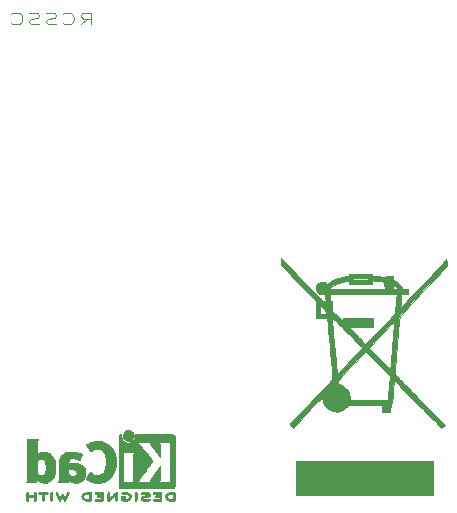
<source format=gbr>
%TF.GenerationSoftware,KiCad,Pcbnew,8.0.8*%
%TF.CreationDate,2026-02-04T08:37:40+05:30*%
%TF.ProjectId,power supply,706f7765-7220-4737-9570-706c792e6b69,rev?*%
%TF.SameCoordinates,Original*%
%TF.FileFunction,Legend,Bot*%
%TF.FilePolarity,Positive*%
%FSLAX46Y46*%
G04 Gerber Fmt 4.6, Leading zero omitted, Abs format (unit mm)*
G04 Created by KiCad (PCBNEW 8.0.8) date 2026-02-04 08:37:40*
%MOMM*%
%LPD*%
G01*
G04 APERTURE LIST*
%ADD10C,0.100000*%
%ADD11C,0.010000*%
G04 APERTURE END LIST*
D10*
X118019925Y-107872419D02*
X118519925Y-107396228D01*
X118877068Y-107872419D02*
X118877068Y-106872419D01*
X118877068Y-106872419D02*
X118305639Y-106872419D01*
X118305639Y-106872419D02*
X118162782Y-106920038D01*
X118162782Y-106920038D02*
X118091353Y-106967657D01*
X118091353Y-106967657D02*
X118019925Y-107062895D01*
X118019925Y-107062895D02*
X118019925Y-107205752D01*
X118019925Y-107205752D02*
X118091353Y-107300990D01*
X118091353Y-107300990D02*
X118162782Y-107348609D01*
X118162782Y-107348609D02*
X118305639Y-107396228D01*
X118305639Y-107396228D02*
X118877068Y-107396228D01*
X116519925Y-107777180D02*
X116591353Y-107824800D01*
X116591353Y-107824800D02*
X116805639Y-107872419D01*
X116805639Y-107872419D02*
X116948496Y-107872419D01*
X116948496Y-107872419D02*
X117162782Y-107824800D01*
X117162782Y-107824800D02*
X117305639Y-107729561D01*
X117305639Y-107729561D02*
X117377068Y-107634323D01*
X117377068Y-107634323D02*
X117448496Y-107443847D01*
X117448496Y-107443847D02*
X117448496Y-107300990D01*
X117448496Y-107300990D02*
X117377068Y-107110514D01*
X117377068Y-107110514D02*
X117305639Y-107015276D01*
X117305639Y-107015276D02*
X117162782Y-106920038D01*
X117162782Y-106920038D02*
X116948496Y-106872419D01*
X116948496Y-106872419D02*
X116805639Y-106872419D01*
X116805639Y-106872419D02*
X116591353Y-106920038D01*
X116591353Y-106920038D02*
X116519925Y-106967657D01*
X115948496Y-107824800D02*
X115734211Y-107872419D01*
X115734211Y-107872419D02*
X115377068Y-107872419D01*
X115377068Y-107872419D02*
X115234211Y-107824800D01*
X115234211Y-107824800D02*
X115162782Y-107777180D01*
X115162782Y-107777180D02*
X115091353Y-107681942D01*
X115091353Y-107681942D02*
X115091353Y-107586704D01*
X115091353Y-107586704D02*
X115162782Y-107491466D01*
X115162782Y-107491466D02*
X115234211Y-107443847D01*
X115234211Y-107443847D02*
X115377068Y-107396228D01*
X115377068Y-107396228D02*
X115662782Y-107348609D01*
X115662782Y-107348609D02*
X115805639Y-107300990D01*
X115805639Y-107300990D02*
X115877068Y-107253371D01*
X115877068Y-107253371D02*
X115948496Y-107158133D01*
X115948496Y-107158133D02*
X115948496Y-107062895D01*
X115948496Y-107062895D02*
X115877068Y-106967657D01*
X115877068Y-106967657D02*
X115805639Y-106920038D01*
X115805639Y-106920038D02*
X115662782Y-106872419D01*
X115662782Y-106872419D02*
X115305639Y-106872419D01*
X115305639Y-106872419D02*
X115091353Y-106920038D01*
X114519925Y-107824800D02*
X114305640Y-107872419D01*
X114305640Y-107872419D02*
X113948497Y-107872419D01*
X113948497Y-107872419D02*
X113805640Y-107824800D01*
X113805640Y-107824800D02*
X113734211Y-107777180D01*
X113734211Y-107777180D02*
X113662782Y-107681942D01*
X113662782Y-107681942D02*
X113662782Y-107586704D01*
X113662782Y-107586704D02*
X113734211Y-107491466D01*
X113734211Y-107491466D02*
X113805640Y-107443847D01*
X113805640Y-107443847D02*
X113948497Y-107396228D01*
X113948497Y-107396228D02*
X114234211Y-107348609D01*
X114234211Y-107348609D02*
X114377068Y-107300990D01*
X114377068Y-107300990D02*
X114448497Y-107253371D01*
X114448497Y-107253371D02*
X114519925Y-107158133D01*
X114519925Y-107158133D02*
X114519925Y-107062895D01*
X114519925Y-107062895D02*
X114448497Y-106967657D01*
X114448497Y-106967657D02*
X114377068Y-106920038D01*
X114377068Y-106920038D02*
X114234211Y-106872419D01*
X114234211Y-106872419D02*
X113877068Y-106872419D01*
X113877068Y-106872419D02*
X113662782Y-106920038D01*
X112162783Y-107777180D02*
X112234211Y-107824800D01*
X112234211Y-107824800D02*
X112448497Y-107872419D01*
X112448497Y-107872419D02*
X112591354Y-107872419D01*
X112591354Y-107872419D02*
X112805640Y-107824800D01*
X112805640Y-107824800D02*
X112948497Y-107729561D01*
X112948497Y-107729561D02*
X113019926Y-107634323D01*
X113019926Y-107634323D02*
X113091354Y-107443847D01*
X113091354Y-107443847D02*
X113091354Y-107300990D01*
X113091354Y-107300990D02*
X113019926Y-107110514D01*
X113019926Y-107110514D02*
X112948497Y-107015276D01*
X112948497Y-107015276D02*
X112805640Y-106920038D01*
X112805640Y-106920038D02*
X112591354Y-106872419D01*
X112591354Y-106872419D02*
X112448497Y-106872419D01*
X112448497Y-106872419D02*
X112234211Y-106920038D01*
X112234211Y-106920038D02*
X112162783Y-106967657D01*
D11*
%TO.C,REF\u002A\u002A*%
X115555406Y-147474949D02*
X115581127Y-147490647D01*
X115607778Y-147512227D01*
X115607778Y-148159684D01*
X115581127Y-148181264D01*
X115549767Y-148198739D01*
X115513966Y-148199575D01*
X115482528Y-148179082D01*
X115478652Y-148174416D01*
X115473186Y-148164949D01*
X115468979Y-148151267D01*
X115465867Y-148130748D01*
X115463687Y-148100768D01*
X115462276Y-148058704D01*
X115461471Y-148001932D01*
X115461107Y-147927830D01*
X115461022Y-147833773D01*
X115461022Y-147512227D01*
X115487673Y-147490647D01*
X115511386Y-147475877D01*
X115534400Y-147469067D01*
X115555406Y-147474949D01*
G36*
X115555406Y-147474949D02*
G01*
X115581127Y-147490647D01*
X115607778Y-147512227D01*
X115607778Y-148159684D01*
X115581127Y-148181264D01*
X115549767Y-148198739D01*
X115513966Y-148199575D01*
X115482528Y-148179082D01*
X115478652Y-148174416D01*
X115473186Y-148164949D01*
X115468979Y-148151267D01*
X115465867Y-148130748D01*
X115463687Y-148100768D01*
X115462276Y-148058704D01*
X115461471Y-148001932D01*
X115461107Y-147927830D01*
X115461022Y-147833773D01*
X115461022Y-147512227D01*
X115487673Y-147490647D01*
X115511386Y-147475877D01*
X115534400Y-147469067D01*
X115555406Y-147474949D01*
G37*
X122686137Y-147473463D02*
X122720291Y-147496776D01*
X122748000Y-147524485D01*
X122748000Y-147837537D01*
X122747959Y-147921567D01*
X122747701Y-147995789D01*
X122747030Y-148052541D01*
X122745752Y-148094512D01*
X122743673Y-148124389D01*
X122740599Y-148144861D01*
X122736334Y-148158614D01*
X122730684Y-148168337D01*
X122723455Y-148176717D01*
X122691991Y-148198181D01*
X122656826Y-148199947D01*
X122623822Y-148180267D01*
X122618516Y-148174398D01*
X122613066Y-148165314D01*
X122608900Y-148151973D01*
X122605846Y-148131757D01*
X122603732Y-148102049D01*
X122602386Y-148060232D01*
X122601638Y-148003689D01*
X122601314Y-147929802D01*
X122601245Y-147835956D01*
X122601284Y-147760294D01*
X122601539Y-147682385D01*
X122602183Y-147622375D01*
X122603387Y-147577648D01*
X122605324Y-147545585D01*
X122608164Y-147523571D01*
X122612079Y-147508987D01*
X122617242Y-147499218D01*
X122623822Y-147491645D01*
X122653006Y-147472623D01*
X122686137Y-147473463D01*
G36*
X122686137Y-147473463D02*
G01*
X122720291Y-147496776D01*
X122748000Y-147524485D01*
X122748000Y-147837537D01*
X122747959Y-147921567D01*
X122747701Y-147995789D01*
X122747030Y-148052541D01*
X122745752Y-148094512D01*
X122743673Y-148124389D01*
X122740599Y-148144861D01*
X122736334Y-148158614D01*
X122730684Y-148168337D01*
X122723455Y-148176717D01*
X122691991Y-148198181D01*
X122656826Y-148199947D01*
X122623822Y-148180267D01*
X122618516Y-148174398D01*
X122613066Y-148165314D01*
X122608900Y-148151973D01*
X122605846Y-148131757D01*
X122603732Y-148102049D01*
X122602386Y-148060232D01*
X122601638Y-148003689D01*
X122601314Y-147929802D01*
X122601245Y-147835956D01*
X122601284Y-147760294D01*
X122601539Y-147682385D01*
X122602183Y-147622375D01*
X122603387Y-147577648D01*
X122605324Y-147545585D01*
X122608164Y-147523571D01*
X122612079Y-147508987D01*
X122617242Y-147499218D01*
X122623822Y-147491645D01*
X122653006Y-147472623D01*
X122686137Y-147473463D01*
G37*
X122154562Y-142232850D02*
X122237313Y-142260053D01*
X122312406Y-142305484D01*
X122384298Y-142371302D01*
X122422846Y-142415567D01*
X122462256Y-142473961D01*
X122487446Y-142534586D01*
X122500861Y-142603865D01*
X122504948Y-142688222D01*
X122504669Y-142734307D01*
X122502460Y-142775450D01*
X122496894Y-142807582D01*
X122486586Y-142838122D01*
X122470148Y-142874489D01*
X122456200Y-142901728D01*
X122397665Y-142987429D01*
X122325619Y-143056617D01*
X122241947Y-143107741D01*
X122148531Y-143139250D01*
X122115434Y-143146225D01*
X122074960Y-143153094D01*
X122041999Y-143154919D01*
X122007698Y-143151947D01*
X121963200Y-143144426D01*
X121911934Y-143132002D01*
X121821434Y-143094112D01*
X121742345Y-143039836D01*
X121676528Y-142971770D01*
X121625840Y-142892511D01*
X121592140Y-142804654D01*
X121577286Y-142710795D01*
X121583136Y-142613530D01*
X121609399Y-142517220D01*
X121654418Y-142428494D01*
X121715373Y-142353419D01*
X121790184Y-142293641D01*
X121876768Y-142250809D01*
X121973043Y-142226571D01*
X122076928Y-142222576D01*
X122154562Y-142232850D01*
G36*
X122154562Y-142232850D02*
G01*
X122237313Y-142260053D01*
X122312406Y-142305484D01*
X122384298Y-142371302D01*
X122422846Y-142415567D01*
X122462256Y-142473961D01*
X122487446Y-142534586D01*
X122500861Y-142603865D01*
X122504948Y-142688222D01*
X122504669Y-142734307D01*
X122502460Y-142775450D01*
X122496894Y-142807582D01*
X122486586Y-142838122D01*
X122470148Y-142874489D01*
X122456200Y-142901728D01*
X122397665Y-142987429D01*
X122325619Y-143056617D01*
X122241947Y-143107741D01*
X122148531Y-143139250D01*
X122115434Y-143146225D01*
X122074960Y-143153094D01*
X122041999Y-143154919D01*
X122007698Y-143151947D01*
X121963200Y-143144426D01*
X121911934Y-143132002D01*
X121821434Y-143094112D01*
X121742345Y-143039836D01*
X121676528Y-142971770D01*
X121625840Y-142892511D01*
X121592140Y-142804654D01*
X121577286Y-142710795D01*
X121583136Y-142613530D01*
X121609399Y-142517220D01*
X121654418Y-142428494D01*
X121715373Y-142353419D01*
X121790184Y-142293641D01*
X121876768Y-142250809D01*
X121973043Y-142226571D01*
X122076928Y-142222576D01*
X122154562Y-142232850D01*
G37*
X114855767Y-147469068D02*
X114949890Y-147469158D01*
X115024405Y-147469498D01*
X115081811Y-147470239D01*
X115124611Y-147471535D01*
X115155304Y-147473537D01*
X115176391Y-147476396D01*
X115190373Y-147480266D01*
X115199750Y-147485298D01*
X115207022Y-147491645D01*
X115225828Y-147524362D01*
X115227275Y-147561939D01*
X115210917Y-147595178D01*
X115209557Y-147596631D01*
X115198354Y-147604992D01*
X115181252Y-147610547D01*
X115154082Y-147613840D01*
X115112678Y-147615418D01*
X115052873Y-147615822D01*
X114913511Y-147615822D01*
X114913511Y-147879589D01*
X114913436Y-147955417D01*
X114913028Y-148022083D01*
X114912046Y-148071867D01*
X114910250Y-148107784D01*
X114907399Y-148132850D01*
X114903253Y-148150081D01*
X114897571Y-148162492D01*
X114890114Y-148173100D01*
X114887824Y-148175906D01*
X114856646Y-148198548D01*
X114822266Y-148200112D01*
X114789334Y-148180267D01*
X114782355Y-148172191D01*
X114776883Y-148161593D01*
X114772863Y-148145749D01*
X114770072Y-148121773D01*
X114768288Y-148086774D01*
X114767289Y-148037864D01*
X114766852Y-147972154D01*
X114766756Y-147886756D01*
X114766756Y-147615822D01*
X114620820Y-147615822D01*
X114609720Y-147615821D01*
X114553202Y-147615596D01*
X114514358Y-147614457D01*
X114488965Y-147611657D01*
X114472804Y-147606450D01*
X114461652Y-147598089D01*
X114451289Y-147585826D01*
X114435441Y-147555138D01*
X114438543Y-147521358D01*
X114464187Y-147488822D01*
X114469129Y-147485105D01*
X114479338Y-147480269D01*
X114494764Y-147476506D01*
X114517886Y-147473683D01*
X114551183Y-147471670D01*
X114597137Y-147470333D01*
X114658228Y-147469542D01*
X114736935Y-147469163D01*
X114835740Y-147469067D01*
X114855767Y-147469068D01*
G36*
X114855767Y-147469068D02*
G01*
X114949890Y-147469158D01*
X115024405Y-147469498D01*
X115081811Y-147470239D01*
X115124611Y-147471535D01*
X115155304Y-147473537D01*
X115176391Y-147476396D01*
X115190373Y-147480266D01*
X115199750Y-147485298D01*
X115207022Y-147491645D01*
X115225828Y-147524362D01*
X115227275Y-147561939D01*
X115210917Y-147595178D01*
X115209557Y-147596631D01*
X115198354Y-147604992D01*
X115181252Y-147610547D01*
X115154082Y-147613840D01*
X115112678Y-147615418D01*
X115052873Y-147615822D01*
X114913511Y-147615822D01*
X114913511Y-147879589D01*
X114913436Y-147955417D01*
X114913028Y-148022083D01*
X114912046Y-148071867D01*
X114910250Y-148107784D01*
X114907399Y-148132850D01*
X114903253Y-148150081D01*
X114897571Y-148162492D01*
X114890114Y-148173100D01*
X114887824Y-148175906D01*
X114856646Y-148198548D01*
X114822266Y-148200112D01*
X114789334Y-148180267D01*
X114782355Y-148172191D01*
X114776883Y-148161593D01*
X114772863Y-148145749D01*
X114770072Y-148121773D01*
X114768288Y-148086774D01*
X114767289Y-148037864D01*
X114766852Y-147972154D01*
X114766756Y-147886756D01*
X114766756Y-147615822D01*
X114620820Y-147615822D01*
X114609720Y-147615821D01*
X114553202Y-147615596D01*
X114514358Y-147614457D01*
X114488965Y-147611657D01*
X114472804Y-147606450D01*
X114461652Y-147598089D01*
X114451289Y-147585826D01*
X114435441Y-147555138D01*
X114438543Y-147521358D01*
X114464187Y-147488822D01*
X114469129Y-147485105D01*
X114479338Y-147480269D01*
X114494764Y-147476506D01*
X114517886Y-147473683D01*
X114551183Y-147471670D01*
X114597137Y-147470333D01*
X114658228Y-147469542D01*
X114736935Y-147469163D01*
X114835740Y-147469067D01*
X114855767Y-147469068D01*
G37*
X114179734Y-147491645D02*
X114185366Y-147497835D01*
X114190456Y-147506041D01*
X114194543Y-147517817D01*
X114197721Y-147535276D01*
X114200087Y-147560530D01*
X114201738Y-147595690D01*
X114202769Y-147642869D01*
X114203277Y-147704177D01*
X114203359Y-147781727D01*
X114203109Y-147877631D01*
X114202625Y-147994000D01*
X114202557Y-148008175D01*
X114201971Y-148069937D01*
X114200648Y-148113620D01*
X114198103Y-148143001D01*
X114193848Y-148161855D01*
X114187396Y-148173959D01*
X114178262Y-148183089D01*
X114144804Y-148200506D01*
X114109856Y-148197604D01*
X114078953Y-148173100D01*
X114069944Y-148159897D01*
X114062492Y-148141361D01*
X114058124Y-148115333D01*
X114056069Y-148076787D01*
X114055556Y-148020700D01*
X114055556Y-147898045D01*
X113558845Y-147898045D01*
X113558845Y-148032871D01*
X113558772Y-148068662D01*
X113558009Y-148114992D01*
X113555833Y-148145526D01*
X113551536Y-148164557D01*
X113544412Y-148176374D01*
X113533755Y-148185271D01*
X113501504Y-148200341D01*
X113466217Y-148197673D01*
X113435486Y-148173100D01*
X113430831Y-148166845D01*
X113424895Y-148156321D01*
X113420364Y-148142391D01*
X113417048Y-148122317D01*
X113414759Y-148093360D01*
X113413308Y-148052780D01*
X113412505Y-147997840D01*
X113412162Y-147925799D01*
X113412089Y-147833920D01*
X113412089Y-147524485D01*
X113439798Y-147496776D01*
X113471177Y-147474533D01*
X113504406Y-147471844D01*
X113536267Y-147491645D01*
X113544553Y-147501415D01*
X113551965Y-147517307D01*
X113556302Y-147541275D01*
X113558338Y-147578148D01*
X113558845Y-147632756D01*
X113558845Y-147751289D01*
X114055556Y-147751289D01*
X114055556Y-147635776D01*
X114055994Y-147584078D01*
X114057958Y-147549554D01*
X114062474Y-147526978D01*
X114070567Y-147511126D01*
X114083265Y-147496776D01*
X114114643Y-147474533D01*
X114147872Y-147471844D01*
X114179734Y-147491645D01*
G36*
X114179734Y-147491645D02*
G01*
X114185366Y-147497835D01*
X114190456Y-147506041D01*
X114194543Y-147517817D01*
X114197721Y-147535276D01*
X114200087Y-147560530D01*
X114201738Y-147595690D01*
X114202769Y-147642869D01*
X114203277Y-147704177D01*
X114203359Y-147781727D01*
X114203109Y-147877631D01*
X114202625Y-147994000D01*
X114202557Y-148008175D01*
X114201971Y-148069937D01*
X114200648Y-148113620D01*
X114198103Y-148143001D01*
X114193848Y-148161855D01*
X114187396Y-148173959D01*
X114178262Y-148183089D01*
X114144804Y-148200506D01*
X114109856Y-148197604D01*
X114078953Y-148173100D01*
X114069944Y-148159897D01*
X114062492Y-148141361D01*
X114058124Y-148115333D01*
X114056069Y-148076787D01*
X114055556Y-148020700D01*
X114055556Y-147898045D01*
X113558845Y-147898045D01*
X113558845Y-148032871D01*
X113558772Y-148068662D01*
X113558009Y-148114992D01*
X113555833Y-148145526D01*
X113551536Y-148164557D01*
X113544412Y-148176374D01*
X113533755Y-148185271D01*
X113501504Y-148200341D01*
X113466217Y-148197673D01*
X113435486Y-148173100D01*
X113430831Y-148166845D01*
X113424895Y-148156321D01*
X113420364Y-148142391D01*
X113417048Y-148122317D01*
X113414759Y-148093360D01*
X113413308Y-148052780D01*
X113412505Y-147997840D01*
X113412162Y-147925799D01*
X113412089Y-147833920D01*
X113412089Y-147524485D01*
X113439798Y-147496776D01*
X113471177Y-147474533D01*
X113504406Y-147471844D01*
X113536267Y-147491645D01*
X113544553Y-147501415D01*
X113551965Y-147517307D01*
X113556302Y-147541275D01*
X113558338Y-147578148D01*
X113558845Y-147632756D01*
X113558845Y-147751289D01*
X114055556Y-147751289D01*
X114055556Y-147635776D01*
X114055994Y-147584078D01*
X114057958Y-147549554D01*
X114062474Y-147526978D01*
X114070567Y-147511126D01*
X114083265Y-147496776D01*
X114114643Y-147474533D01*
X114147872Y-147471844D01*
X114179734Y-147491645D01*
G37*
X118885133Y-148080396D02*
X118883163Y-148113175D01*
X118880235Y-148136095D01*
X118876158Y-148151897D01*
X118870743Y-148163319D01*
X118863803Y-148173100D01*
X118840406Y-148202845D01*
X118674714Y-148202251D01*
X118639918Y-148201953D01*
X118541435Y-148198522D01*
X118460473Y-148190839D01*
X118393379Y-148178282D01*
X118336496Y-148160227D01*
X118286169Y-148136052D01*
X118282810Y-148134135D01*
X118224998Y-148097417D01*
X118182644Y-148060451D01*
X118149828Y-148016966D01*
X118120628Y-147960689D01*
X118116346Y-147951073D01*
X118093769Y-147887887D01*
X118088034Y-147842333D01*
X118237279Y-147842333D01*
X118242892Y-147867061D01*
X118248618Y-147882939D01*
X118281548Y-147942847D01*
X118328886Y-147988600D01*
X118392652Y-148021736D01*
X118474861Y-148043790D01*
X118477655Y-148044292D01*
X118523940Y-148050255D01*
X118580336Y-148054483D01*
X118635274Y-148056089D01*
X118729156Y-148056089D01*
X118729156Y-147615822D01*
X118641667Y-147616270D01*
X118574747Y-147618746D01*
X118482349Y-147629998D01*
X118403034Y-147649537D01*
X118341060Y-147676511D01*
X118310120Y-147697240D01*
X118282000Y-147727006D01*
X118258660Y-147769434D01*
X118251533Y-147785400D01*
X118239709Y-147817902D01*
X118237279Y-147842333D01*
X118088034Y-147842333D01*
X118086797Y-147832509D01*
X118095399Y-147777483D01*
X118119541Y-147715351D01*
X118120337Y-147713658D01*
X118160788Y-147644236D01*
X118211473Y-147587638D01*
X118274198Y-147543070D01*
X118350774Y-147509741D01*
X118443009Y-147486861D01*
X118552712Y-147473636D01*
X118681691Y-147469275D01*
X118685263Y-147469270D01*
X118745283Y-147469410D01*
X118787214Y-147470446D01*
X118815328Y-147473040D01*
X118833897Y-147477853D01*
X118847194Y-147485544D01*
X118859491Y-147496776D01*
X118887200Y-147524485D01*
X118887200Y-147833920D01*
X118887175Y-147895526D01*
X118886950Y-147974311D01*
X118886332Y-148035021D01*
X118885775Y-148056089D01*
X118885133Y-148080396D01*
G36*
X118885133Y-148080396D02*
G01*
X118883163Y-148113175D01*
X118880235Y-148136095D01*
X118876158Y-148151897D01*
X118870743Y-148163319D01*
X118863803Y-148173100D01*
X118840406Y-148202845D01*
X118674714Y-148202251D01*
X118639918Y-148201953D01*
X118541435Y-148198522D01*
X118460473Y-148190839D01*
X118393379Y-148178282D01*
X118336496Y-148160227D01*
X118286169Y-148136052D01*
X118282810Y-148134135D01*
X118224998Y-148097417D01*
X118182644Y-148060451D01*
X118149828Y-148016966D01*
X118120628Y-147960689D01*
X118116346Y-147951073D01*
X118093769Y-147887887D01*
X118088034Y-147842333D01*
X118237279Y-147842333D01*
X118242892Y-147867061D01*
X118248618Y-147882939D01*
X118281548Y-147942847D01*
X118328886Y-147988600D01*
X118392652Y-148021736D01*
X118474861Y-148043790D01*
X118477655Y-148044292D01*
X118523940Y-148050255D01*
X118580336Y-148054483D01*
X118635274Y-148056089D01*
X118729156Y-148056089D01*
X118729156Y-147615822D01*
X118641667Y-147616270D01*
X118574747Y-147618746D01*
X118482349Y-147629998D01*
X118403034Y-147649537D01*
X118341060Y-147676511D01*
X118310120Y-147697240D01*
X118282000Y-147727006D01*
X118258660Y-147769434D01*
X118251533Y-147785400D01*
X118239709Y-147817902D01*
X118237279Y-147842333D01*
X118088034Y-147842333D01*
X118086797Y-147832509D01*
X118095399Y-147777483D01*
X118119541Y-147715351D01*
X118120337Y-147713658D01*
X118160788Y-147644236D01*
X118211473Y-147587638D01*
X118274198Y-147543070D01*
X118350774Y-147509741D01*
X118443009Y-147486861D01*
X118552712Y-147473636D01*
X118681691Y-147469275D01*
X118685263Y-147469270D01*
X118745283Y-147469410D01*
X118787214Y-147470446D01*
X118815328Y-147473040D01*
X118833897Y-147477853D01*
X118847194Y-147485544D01*
X118859491Y-147496776D01*
X118887200Y-147524485D01*
X118887200Y-147833920D01*
X118887175Y-147895526D01*
X118886950Y-147974311D01*
X118886332Y-148035021D01*
X118885775Y-148056089D01*
X118885133Y-148080396D01*
G37*
X125976817Y-147654427D02*
X125976870Y-147735041D01*
X125976622Y-147835956D01*
X125976583Y-147911617D01*
X125976328Y-147989526D01*
X125975684Y-148049536D01*
X125974480Y-148094264D01*
X125972543Y-148126326D01*
X125969703Y-148148340D01*
X125965788Y-148162924D01*
X125960626Y-148172694D01*
X125954045Y-148180267D01*
X125947077Y-148186501D01*
X125934079Y-148193801D01*
X125914931Y-148198554D01*
X125885528Y-148201292D01*
X125841762Y-148202545D01*
X125779528Y-148202845D01*
X125730582Y-148202469D01*
X125623722Y-148198041D01*
X125534494Y-148187953D01*
X125459696Y-148171365D01*
X125396125Y-148147435D01*
X125340579Y-148115321D01*
X125289854Y-148074182D01*
X125283866Y-148068330D01*
X125246999Y-148019821D01*
X125215899Y-147959013D01*
X125194417Y-147894769D01*
X125189136Y-147856026D01*
X125336353Y-147856026D01*
X125354635Y-147906961D01*
X125384305Y-147952878D01*
X125431002Y-147995287D01*
X125492392Y-148025090D01*
X125571538Y-148044226D01*
X125573028Y-148044464D01*
X125621999Y-148050256D01*
X125680693Y-148054396D01*
X125736734Y-148056004D01*
X125829867Y-148056089D01*
X125829867Y-147615822D01*
X125753667Y-147615808D01*
X125750639Y-147615817D01*
X125699519Y-147617782D01*
X125639416Y-147622507D01*
X125582708Y-147629035D01*
X125532750Y-147638331D01*
X125457998Y-147664600D01*
X125400489Y-147703899D01*
X125358988Y-147756933D01*
X125337771Y-147808200D01*
X125336353Y-147856026D01*
X125189136Y-147856026D01*
X125186400Y-147835956D01*
X125187679Y-147814739D01*
X125199991Y-147757323D01*
X125222520Y-147697413D01*
X125251750Y-147643363D01*
X125284167Y-147603532D01*
X125303708Y-147586510D01*
X125358420Y-147547322D01*
X125418723Y-147517193D01*
X125487919Y-147495232D01*
X125569311Y-147480550D01*
X125666200Y-147472259D01*
X125781889Y-147469467D01*
X125821371Y-147469066D01*
X125867082Y-147468653D01*
X125902883Y-147470457D01*
X125929974Y-147476739D01*
X125949556Y-147489759D01*
X125962830Y-147511778D01*
X125970998Y-147545055D01*
X125975260Y-147591851D01*
X125975857Y-147615822D01*
X125976817Y-147654427D01*
G36*
X125976817Y-147654427D02*
G01*
X125976870Y-147735041D01*
X125976622Y-147835956D01*
X125976583Y-147911617D01*
X125976328Y-147989526D01*
X125975684Y-148049536D01*
X125974480Y-148094264D01*
X125972543Y-148126326D01*
X125969703Y-148148340D01*
X125965788Y-148162924D01*
X125960626Y-148172694D01*
X125954045Y-148180267D01*
X125947077Y-148186501D01*
X125934079Y-148193801D01*
X125914931Y-148198554D01*
X125885528Y-148201292D01*
X125841762Y-148202545D01*
X125779528Y-148202845D01*
X125730582Y-148202469D01*
X125623722Y-148198041D01*
X125534494Y-148187953D01*
X125459696Y-148171365D01*
X125396125Y-148147435D01*
X125340579Y-148115321D01*
X125289854Y-148074182D01*
X125283866Y-148068330D01*
X125246999Y-148019821D01*
X125215899Y-147959013D01*
X125194417Y-147894769D01*
X125189136Y-147856026D01*
X125336353Y-147856026D01*
X125354635Y-147906961D01*
X125384305Y-147952878D01*
X125431002Y-147995287D01*
X125492392Y-148025090D01*
X125571538Y-148044226D01*
X125573028Y-148044464D01*
X125621999Y-148050256D01*
X125680693Y-148054396D01*
X125736734Y-148056004D01*
X125829867Y-148056089D01*
X125829867Y-147615822D01*
X125753667Y-147615808D01*
X125750639Y-147615817D01*
X125699519Y-147617782D01*
X125639416Y-147622507D01*
X125582708Y-147629035D01*
X125532750Y-147638331D01*
X125457998Y-147664600D01*
X125400489Y-147703899D01*
X125358988Y-147756933D01*
X125337771Y-147808200D01*
X125336353Y-147856026D01*
X125189136Y-147856026D01*
X125186400Y-147835956D01*
X125187679Y-147814739D01*
X125199991Y-147757323D01*
X125222520Y-147697413D01*
X125251750Y-147643363D01*
X125284167Y-147603532D01*
X125303708Y-147586510D01*
X125358420Y-147547322D01*
X125418723Y-147517193D01*
X125487919Y-147495232D01*
X125569311Y-147480550D01*
X125666200Y-147472259D01*
X125781889Y-147469467D01*
X125821371Y-147469066D01*
X125867082Y-147468653D01*
X125902883Y-147470457D01*
X125929974Y-147476739D01*
X125949556Y-147489759D01*
X125962830Y-147511778D01*
X125970998Y-147545055D01*
X125975260Y-147591851D01*
X125975857Y-147615822D01*
X125976817Y-147654427D01*
G37*
X121031893Y-147467892D02*
X121043301Y-147474029D01*
X121053850Y-147484691D01*
X121065136Y-147498811D01*
X121069589Y-147504772D01*
X121075588Y-147515268D01*
X121080167Y-147529093D01*
X121083519Y-147548998D01*
X121085833Y-147577732D01*
X121087301Y-147618045D01*
X121088113Y-147672687D01*
X121088460Y-147744407D01*
X121088534Y-147835956D01*
X121088511Y-147894486D01*
X121088292Y-147973573D01*
X121087683Y-148034516D01*
X121086492Y-148080062D01*
X121084529Y-148112963D01*
X121081603Y-148135968D01*
X121077523Y-148151826D01*
X121072097Y-148163286D01*
X121065136Y-148173100D01*
X121034708Y-148197493D01*
X120999765Y-148200372D01*
X120962784Y-148181282D01*
X120958600Y-148177807D01*
X120950424Y-148169279D01*
X120944364Y-148157728D01*
X120939981Y-148139896D01*
X120936839Y-148112524D01*
X120934502Y-148072354D01*
X120932531Y-148016128D01*
X120930489Y-147940589D01*
X120924845Y-147721458D01*
X120659556Y-147962099D01*
X120585722Y-148028875D01*
X120520542Y-148086991D01*
X120468348Y-148131949D01*
X120427273Y-148164871D01*
X120395455Y-148186879D01*
X120371026Y-148199094D01*
X120352124Y-148202639D01*
X120336883Y-148198636D01*
X120323439Y-148188207D01*
X120309927Y-148172474D01*
X120303682Y-148163991D01*
X120298050Y-148153413D01*
X120293839Y-148139255D01*
X120290887Y-148118803D01*
X120289032Y-148089342D01*
X120288113Y-148048161D01*
X120287968Y-147992544D01*
X120288435Y-147919779D01*
X120289352Y-147827151D01*
X120292667Y-147512199D01*
X120319318Y-147490633D01*
X120345383Y-147474441D01*
X120378241Y-147471670D01*
X120412772Y-147490623D01*
X120417084Y-147494208D01*
X120425216Y-147502737D01*
X120431245Y-147514329D01*
X120435606Y-147532235D01*
X120438734Y-147559706D01*
X120441063Y-147599994D01*
X120443029Y-147656351D01*
X120445067Y-147732029D01*
X120450711Y-147951878D01*
X120631334Y-147788084D01*
X120718072Y-147709451D01*
X120793843Y-147641058D01*
X120855980Y-147585708D01*
X120906078Y-147542338D01*
X120945735Y-147509881D01*
X120976548Y-147487273D01*
X121000114Y-147473448D01*
X121018030Y-147467343D01*
X121031893Y-147467892D01*
G36*
X121031893Y-147467892D02*
G01*
X121043301Y-147474029D01*
X121053850Y-147484691D01*
X121065136Y-147498811D01*
X121069589Y-147504772D01*
X121075588Y-147515268D01*
X121080167Y-147529093D01*
X121083519Y-147548998D01*
X121085833Y-147577732D01*
X121087301Y-147618045D01*
X121088113Y-147672687D01*
X121088460Y-147744407D01*
X121088534Y-147835956D01*
X121088511Y-147894486D01*
X121088292Y-147973573D01*
X121087683Y-148034516D01*
X121086492Y-148080062D01*
X121084529Y-148112963D01*
X121081603Y-148135968D01*
X121077523Y-148151826D01*
X121072097Y-148163286D01*
X121065136Y-148173100D01*
X121034708Y-148197493D01*
X120999765Y-148200372D01*
X120962784Y-148181282D01*
X120958600Y-148177807D01*
X120950424Y-148169279D01*
X120944364Y-148157728D01*
X120939981Y-148139896D01*
X120936839Y-148112524D01*
X120934502Y-148072354D01*
X120932531Y-148016128D01*
X120930489Y-147940589D01*
X120924845Y-147721458D01*
X120659556Y-147962099D01*
X120585722Y-148028875D01*
X120520542Y-148086991D01*
X120468348Y-148131949D01*
X120427273Y-148164871D01*
X120395455Y-148186879D01*
X120371026Y-148199094D01*
X120352124Y-148202639D01*
X120336883Y-148198636D01*
X120323439Y-148188207D01*
X120309927Y-148172474D01*
X120303682Y-148163991D01*
X120298050Y-148153413D01*
X120293839Y-148139255D01*
X120290887Y-148118803D01*
X120289032Y-148089342D01*
X120288113Y-148048161D01*
X120287968Y-147992544D01*
X120288435Y-147919779D01*
X120289352Y-147827151D01*
X120292667Y-147512199D01*
X120319318Y-147490633D01*
X120345383Y-147474441D01*
X120378241Y-147471670D01*
X120412772Y-147490623D01*
X120417084Y-147494208D01*
X120425216Y-147502737D01*
X120431245Y-147514329D01*
X120435606Y-147532235D01*
X120438734Y-147559706D01*
X120441063Y-147599994D01*
X120443029Y-147656351D01*
X120445067Y-147732029D01*
X120450711Y-147951878D01*
X120631334Y-147788084D01*
X120718072Y-147709451D01*
X120793843Y-147641058D01*
X120855980Y-147585708D01*
X120906078Y-147542338D01*
X120945735Y-147509881D01*
X120976548Y-147487273D01*
X121000114Y-147473448D01*
X121018030Y-147467343D01*
X121031893Y-147467892D01*
G37*
X121829150Y-147474179D02*
X121935157Y-147490494D01*
X122028969Y-147518545D01*
X122107765Y-147557452D01*
X122168719Y-147606334D01*
X122194789Y-147639195D01*
X122224297Y-147688394D01*
X122249568Y-147742252D01*
X122267218Y-147793419D01*
X122273858Y-147834544D01*
X122272298Y-147854259D01*
X122259357Y-147905592D01*
X122236194Y-147962118D01*
X122206302Y-148016035D01*
X122173173Y-148059539D01*
X122162977Y-148069887D01*
X122095892Y-148121662D01*
X122015766Y-148161554D01*
X121929556Y-148185956D01*
X121874592Y-148194068D01*
X121781139Y-148200673D01*
X121691358Y-148198586D01*
X121608869Y-148188340D01*
X121537286Y-148170470D01*
X121480228Y-148145508D01*
X121441311Y-148113988D01*
X121439936Y-148112012D01*
X121432848Y-148086786D01*
X121428609Y-148039535D01*
X121427200Y-147970071D01*
X121428060Y-147907838D01*
X121432780Y-147860456D01*
X121444470Y-147828353D01*
X121466239Y-147808800D01*
X121501198Y-147799070D01*
X121552456Y-147796433D01*
X121623123Y-147798161D01*
X121671743Y-147801173D01*
X121721939Y-147809366D01*
X121754433Y-147823419D01*
X121771892Y-147844654D01*
X121776983Y-147874394D01*
X121776877Y-147878936D01*
X121768175Y-147913730D01*
X121744165Y-147937147D01*
X121702900Y-147950347D01*
X121642431Y-147954489D01*
X121573956Y-147954489D01*
X121573956Y-147992841D01*
X121574006Y-148001976D01*
X121576227Y-148019227D01*
X121585494Y-148029521D01*
X121606875Y-148036459D01*
X121645436Y-148043641D01*
X121650910Y-148044575D01*
X121747860Y-148054478D01*
X121837852Y-148051559D01*
X121918760Y-148036829D01*
X121988459Y-148011299D01*
X122044824Y-147975978D01*
X122085729Y-147931879D01*
X122109051Y-147880012D01*
X122112663Y-147821388D01*
X122107145Y-147792494D01*
X122080461Y-147736604D01*
X122034273Y-147690945D01*
X121969291Y-147656108D01*
X121886229Y-147632690D01*
X121861555Y-147628241D01*
X121772226Y-147617742D01*
X121692419Y-147618971D01*
X121614326Y-147631906D01*
X121579183Y-147638696D01*
X121533745Y-147639713D01*
X121502430Y-147627182D01*
X121482277Y-147600395D01*
X121475893Y-147572148D01*
X121485379Y-147540924D01*
X121494708Y-147527499D01*
X121528943Y-147503967D01*
X121581565Y-147486095D01*
X121650081Y-147474599D01*
X121732000Y-147470192D01*
X121829150Y-147474179D01*
G36*
X121829150Y-147474179D02*
G01*
X121935157Y-147490494D01*
X122028969Y-147518545D01*
X122107765Y-147557452D01*
X122168719Y-147606334D01*
X122194789Y-147639195D01*
X122224297Y-147688394D01*
X122249568Y-147742252D01*
X122267218Y-147793419D01*
X122273858Y-147834544D01*
X122272298Y-147854259D01*
X122259357Y-147905592D01*
X122236194Y-147962118D01*
X122206302Y-148016035D01*
X122173173Y-148059539D01*
X122162977Y-148069887D01*
X122095892Y-148121662D01*
X122015766Y-148161554D01*
X121929556Y-148185956D01*
X121874592Y-148194068D01*
X121781139Y-148200673D01*
X121691358Y-148198586D01*
X121608869Y-148188340D01*
X121537286Y-148170470D01*
X121480228Y-148145508D01*
X121441311Y-148113988D01*
X121439936Y-148112012D01*
X121432848Y-148086786D01*
X121428609Y-148039535D01*
X121427200Y-147970071D01*
X121428060Y-147907838D01*
X121432780Y-147860456D01*
X121444470Y-147828353D01*
X121466239Y-147808800D01*
X121501198Y-147799070D01*
X121552456Y-147796433D01*
X121623123Y-147798161D01*
X121671743Y-147801173D01*
X121721939Y-147809366D01*
X121754433Y-147823419D01*
X121771892Y-147844654D01*
X121776983Y-147874394D01*
X121776877Y-147878936D01*
X121768175Y-147913730D01*
X121744165Y-147937147D01*
X121702900Y-147950347D01*
X121642431Y-147954489D01*
X121573956Y-147954489D01*
X121573956Y-147992841D01*
X121574006Y-148001976D01*
X121576227Y-148019227D01*
X121585494Y-148029521D01*
X121606875Y-148036459D01*
X121645436Y-148043641D01*
X121650910Y-148044575D01*
X121747860Y-148054478D01*
X121837852Y-148051559D01*
X121918760Y-148036829D01*
X121988459Y-148011299D01*
X122044824Y-147975978D01*
X122085729Y-147931879D01*
X122109051Y-147880012D01*
X122112663Y-147821388D01*
X122107145Y-147792494D01*
X122080461Y-147736604D01*
X122034273Y-147690945D01*
X121969291Y-147656108D01*
X121886229Y-147632690D01*
X121861555Y-147628241D01*
X121772226Y-147617742D01*
X121692419Y-147618971D01*
X121614326Y-147631906D01*
X121579183Y-147638696D01*
X121533745Y-147639713D01*
X121502430Y-147627182D01*
X121482277Y-147600395D01*
X121475893Y-147572148D01*
X121485379Y-147540924D01*
X121494708Y-147527499D01*
X121528943Y-147503967D01*
X121581565Y-147486095D01*
X121650081Y-147474599D01*
X121732000Y-147470192D01*
X121829150Y-147474179D01*
G37*
X119879803Y-147498811D02*
X119884752Y-147505495D01*
X119890596Y-147516066D01*
X119895057Y-147530153D01*
X119898321Y-147550478D01*
X119900574Y-147579765D01*
X119902002Y-147620737D01*
X119902792Y-147676117D01*
X119903129Y-147748628D01*
X119903200Y-147840994D01*
X119903171Y-147906911D01*
X119902939Y-147985228D01*
X119902319Y-148045496D01*
X119901126Y-148090393D01*
X119899179Y-148122602D01*
X119896294Y-148144800D01*
X119892288Y-148159669D01*
X119886979Y-148169889D01*
X119880183Y-148178138D01*
X119875668Y-148182795D01*
X119867438Y-148189282D01*
X119856078Y-148194194D01*
X119838810Y-148197749D01*
X119812855Y-148200167D01*
X119775436Y-148201667D01*
X119723773Y-148202467D01*
X119655089Y-148202787D01*
X119566606Y-148202845D01*
X119546931Y-148202838D01*
X119459906Y-148202572D01*
X119392254Y-148201806D01*
X119341299Y-148200392D01*
X119304367Y-148198180D01*
X119278783Y-148195022D01*
X119261871Y-148190769D01*
X119250957Y-148185271D01*
X119240464Y-148175285D01*
X119227203Y-148144168D01*
X119228386Y-148108280D01*
X119244550Y-148076733D01*
X119246739Y-148074457D01*
X119255427Y-148068189D01*
X119268769Y-148063523D01*
X119289752Y-148060227D01*
X119321363Y-148058068D01*
X119366590Y-148056814D01*
X119428420Y-148056231D01*
X119509839Y-148056089D01*
X119756445Y-148056089D01*
X119756445Y-147898045D01*
X119594006Y-147898045D01*
X119558338Y-147897964D01*
X119502568Y-147897167D01*
X119463430Y-147895162D01*
X119436976Y-147891521D01*
X119419259Y-147885812D01*
X119406329Y-147877607D01*
X119402686Y-147874423D01*
X119384278Y-147843448D01*
X119383644Y-147807112D01*
X119401183Y-147773493D01*
X119401245Y-147773424D01*
X119410916Y-147764798D01*
X119424209Y-147758742D01*
X119444917Y-147754811D01*
X119476828Y-147752556D01*
X119523734Y-147751531D01*
X119589424Y-147751289D01*
X119757571Y-147751289D01*
X119754186Y-147686378D01*
X119750800Y-147621467D01*
X119508723Y-147618414D01*
X119483707Y-147618086D01*
X119402087Y-147616606D01*
X119339768Y-147614222D01*
X119294154Y-147610227D01*
X119262652Y-147603913D01*
X119242667Y-147594574D01*
X119231604Y-147581503D01*
X119226869Y-147563992D01*
X119225867Y-147541335D01*
X119225873Y-147538970D01*
X119227027Y-147518939D01*
X119231824Y-147503146D01*
X119242632Y-147491090D01*
X119261817Y-147482267D01*
X119291745Y-147476175D01*
X119334783Y-147472311D01*
X119393299Y-147470174D01*
X119469657Y-147469260D01*
X119566226Y-147469067D01*
X119856406Y-147469067D01*
X119879803Y-147498811D01*
G36*
X119879803Y-147498811D02*
G01*
X119884752Y-147505495D01*
X119890596Y-147516066D01*
X119895057Y-147530153D01*
X119898321Y-147550478D01*
X119900574Y-147579765D01*
X119902002Y-147620737D01*
X119902792Y-147676117D01*
X119903129Y-147748628D01*
X119903200Y-147840994D01*
X119903171Y-147906911D01*
X119902939Y-147985228D01*
X119902319Y-148045496D01*
X119901126Y-148090393D01*
X119899179Y-148122602D01*
X119896294Y-148144800D01*
X119892288Y-148159669D01*
X119886979Y-148169889D01*
X119880183Y-148178138D01*
X119875668Y-148182795D01*
X119867438Y-148189282D01*
X119856078Y-148194194D01*
X119838810Y-148197749D01*
X119812855Y-148200167D01*
X119775436Y-148201667D01*
X119723773Y-148202467D01*
X119655089Y-148202787D01*
X119566606Y-148202845D01*
X119546931Y-148202838D01*
X119459906Y-148202572D01*
X119392254Y-148201806D01*
X119341299Y-148200392D01*
X119304367Y-148198180D01*
X119278783Y-148195022D01*
X119261871Y-148190769D01*
X119250957Y-148185271D01*
X119240464Y-148175285D01*
X119227203Y-148144168D01*
X119228386Y-148108280D01*
X119244550Y-148076733D01*
X119246739Y-148074457D01*
X119255427Y-148068189D01*
X119268769Y-148063523D01*
X119289752Y-148060227D01*
X119321363Y-148058068D01*
X119366590Y-148056814D01*
X119428420Y-148056231D01*
X119509839Y-148056089D01*
X119756445Y-148056089D01*
X119756445Y-147898045D01*
X119594006Y-147898045D01*
X119558338Y-147897964D01*
X119502568Y-147897167D01*
X119463430Y-147895162D01*
X119436976Y-147891521D01*
X119419259Y-147885812D01*
X119406329Y-147877607D01*
X119402686Y-147874423D01*
X119384278Y-147843448D01*
X119383644Y-147807112D01*
X119401183Y-147773493D01*
X119401245Y-147773424D01*
X119410916Y-147764798D01*
X119424209Y-147758742D01*
X119444917Y-147754811D01*
X119476828Y-147752556D01*
X119523734Y-147751531D01*
X119589424Y-147751289D01*
X119757571Y-147751289D01*
X119754186Y-147686378D01*
X119750800Y-147621467D01*
X119508723Y-147618414D01*
X119483707Y-147618086D01*
X119402087Y-147616606D01*
X119339768Y-147614222D01*
X119294154Y-147610227D01*
X119262652Y-147603913D01*
X119242667Y-147594574D01*
X119231604Y-147581503D01*
X119226869Y-147563992D01*
X119225867Y-147541335D01*
X119225873Y-147538970D01*
X119227027Y-147518939D01*
X119231824Y-147503146D01*
X119242632Y-147491090D01*
X119261817Y-147482267D01*
X119291745Y-147476175D01*
X119334783Y-147472311D01*
X119393299Y-147470174D01*
X119469657Y-147469260D01*
X119566226Y-147469067D01*
X119856406Y-147469067D01*
X119879803Y-147498811D01*
G37*
X124556734Y-147469083D02*
X124633831Y-147469275D01*
X124692777Y-147469860D01*
X124736364Y-147471051D01*
X124767383Y-147473064D01*
X124788625Y-147476112D01*
X124802882Y-147480409D01*
X124812945Y-147486172D01*
X124821606Y-147493612D01*
X124823391Y-147495293D01*
X124830635Y-147502832D01*
X124836277Y-147511850D01*
X124840517Y-147524984D01*
X124843556Y-147544872D01*
X124845594Y-147574151D01*
X124846830Y-147615458D01*
X124847465Y-147671431D01*
X124847700Y-147744707D01*
X124847734Y-147837923D01*
X124847697Y-147910713D01*
X124847448Y-147988889D01*
X124846812Y-148049103D01*
X124845615Y-148093982D01*
X124843684Y-148126152D01*
X124840846Y-148148239D01*
X124836927Y-148162870D01*
X124831755Y-148172670D01*
X124825156Y-148180267D01*
X124821822Y-148183444D01*
X124813300Y-148189554D01*
X124801298Y-148194229D01*
X124783087Y-148197659D01*
X124755940Y-148200036D01*
X124717129Y-148201552D01*
X124663924Y-148202398D01*
X124593598Y-148202765D01*
X124503422Y-148202845D01*
X124461314Y-148202833D01*
X124380167Y-148202651D01*
X124317675Y-148202098D01*
X124271109Y-148200982D01*
X124237741Y-148199113D01*
X124214844Y-148196298D01*
X124199688Y-148192346D01*
X124189546Y-148187066D01*
X124181689Y-148180267D01*
X124166963Y-148158667D01*
X124159111Y-148129467D01*
X124164610Y-148105560D01*
X124181689Y-148078667D01*
X124186668Y-148074059D01*
X124196443Y-148067772D01*
X124210559Y-148063146D01*
X124232054Y-148059930D01*
X124263968Y-148057870D01*
X124309342Y-148056712D01*
X124371213Y-148056202D01*
X124452622Y-148056089D01*
X124700978Y-148056089D01*
X124700978Y-147898045D01*
X124539801Y-147898045D01*
X124503983Y-147897899D01*
X124438359Y-147896176D01*
X124391118Y-147891741D01*
X124359383Y-147883637D01*
X124340277Y-147870906D01*
X124330923Y-147852592D01*
X124328445Y-147827738D01*
X124329242Y-147807482D01*
X124334494Y-147785656D01*
X124347288Y-147770304D01*
X124370628Y-147760309D01*
X124407517Y-147754553D01*
X124460959Y-147751919D01*
X124533958Y-147751289D01*
X124702105Y-147751289D01*
X124698719Y-147686378D01*
X124695334Y-147621467D01*
X124447617Y-147618418D01*
X124385026Y-147617539D01*
X124316565Y-147616095D01*
X124265661Y-147614164D01*
X124229408Y-147611514D01*
X124204901Y-147607910D01*
X124189235Y-147603121D01*
X124179506Y-147596913D01*
X124173491Y-147590510D01*
X124160482Y-147558828D01*
X124164043Y-147523142D01*
X124183818Y-147492084D01*
X124187069Y-147489161D01*
X124196049Y-147482810D01*
X124208153Y-147477957D01*
X124226159Y-147474403D01*
X124252847Y-147471946D01*
X124290997Y-147470385D01*
X124343386Y-147469518D01*
X124412794Y-147469146D01*
X124502001Y-147469067D01*
X124556734Y-147469083D01*
G36*
X124556734Y-147469083D02*
G01*
X124633831Y-147469275D01*
X124692777Y-147469860D01*
X124736364Y-147471051D01*
X124767383Y-147473064D01*
X124788625Y-147476112D01*
X124802882Y-147480409D01*
X124812945Y-147486172D01*
X124821606Y-147493612D01*
X124823391Y-147495293D01*
X124830635Y-147502832D01*
X124836277Y-147511850D01*
X124840517Y-147524984D01*
X124843556Y-147544872D01*
X124845594Y-147574151D01*
X124846830Y-147615458D01*
X124847465Y-147671431D01*
X124847700Y-147744707D01*
X124847734Y-147837923D01*
X124847697Y-147910713D01*
X124847448Y-147988889D01*
X124846812Y-148049103D01*
X124845615Y-148093982D01*
X124843684Y-148126152D01*
X124840846Y-148148239D01*
X124836927Y-148162870D01*
X124831755Y-148172670D01*
X124825156Y-148180267D01*
X124821822Y-148183444D01*
X124813300Y-148189554D01*
X124801298Y-148194229D01*
X124783087Y-148197659D01*
X124755940Y-148200036D01*
X124717129Y-148201552D01*
X124663924Y-148202398D01*
X124593598Y-148202765D01*
X124503422Y-148202845D01*
X124461314Y-148202833D01*
X124380167Y-148202651D01*
X124317675Y-148202098D01*
X124271109Y-148200982D01*
X124237741Y-148199113D01*
X124214844Y-148196298D01*
X124199688Y-148192346D01*
X124189546Y-148187066D01*
X124181689Y-148180267D01*
X124166963Y-148158667D01*
X124159111Y-148129467D01*
X124164610Y-148105560D01*
X124181689Y-148078667D01*
X124186668Y-148074059D01*
X124196443Y-148067772D01*
X124210559Y-148063146D01*
X124232054Y-148059930D01*
X124263968Y-148057870D01*
X124309342Y-148056712D01*
X124371213Y-148056202D01*
X124452622Y-148056089D01*
X124700978Y-148056089D01*
X124700978Y-147898045D01*
X124539801Y-147898045D01*
X124503983Y-147897899D01*
X124438359Y-147896176D01*
X124391118Y-147891741D01*
X124359383Y-147883637D01*
X124340277Y-147870906D01*
X124330923Y-147852592D01*
X124328445Y-147827738D01*
X124329242Y-147807482D01*
X124334494Y-147785656D01*
X124347288Y-147770304D01*
X124370628Y-147760309D01*
X124407517Y-147754553D01*
X124460959Y-147751919D01*
X124533958Y-147751289D01*
X124702105Y-147751289D01*
X124698719Y-147686378D01*
X124695334Y-147621467D01*
X124447617Y-147618418D01*
X124385026Y-147617539D01*
X124316565Y-147616095D01*
X124265661Y-147614164D01*
X124229408Y-147611514D01*
X124204901Y-147607910D01*
X124189235Y-147603121D01*
X124179506Y-147596913D01*
X124173491Y-147590510D01*
X124160482Y-147558828D01*
X124164043Y-147523142D01*
X124183818Y-147492084D01*
X124187069Y-147489161D01*
X124196049Y-147482810D01*
X124208153Y-147477957D01*
X124226159Y-147474403D01*
X124252847Y-147471946D01*
X124290997Y-147470385D01*
X124343386Y-147469518D01*
X124412794Y-147469146D01*
X124502001Y-147469067D01*
X124556734Y-147469083D01*
G37*
X115989702Y-147478478D02*
X116007663Y-147496989D01*
X116028263Y-147528071D01*
X116053095Y-147573756D01*
X116083750Y-147636078D01*
X116121820Y-147717071D01*
X116136454Y-147748454D01*
X116166203Y-147811638D01*
X116192297Y-147866244D01*
X116213292Y-147909290D01*
X116227739Y-147937793D01*
X116234191Y-147948770D01*
X116235550Y-147948189D01*
X116245542Y-147934242D01*
X116262833Y-147904704D01*
X116285430Y-147863087D01*
X116311338Y-147812903D01*
X116327311Y-147781414D01*
X116356261Y-147726061D01*
X116378749Y-147687044D01*
X116396965Y-147661566D01*
X116413096Y-147646831D01*
X116429330Y-147640042D01*
X116447857Y-147638400D01*
X116458360Y-147638875D01*
X116474476Y-147643082D01*
X116489790Y-147653946D01*
X116506388Y-147674219D01*
X116526357Y-147706654D01*
X116551783Y-147754004D01*
X116584752Y-147819022D01*
X116594485Y-147838277D01*
X116618943Y-147884946D01*
X116639178Y-147921109D01*
X116653311Y-147943497D01*
X116659460Y-147948845D01*
X116660827Y-147945573D01*
X116670202Y-147924664D01*
X116687062Y-147887725D01*
X116709979Y-147837874D01*
X116737520Y-147778226D01*
X116768255Y-147711898D01*
X116794970Y-147654677D01*
X116824593Y-147592688D01*
X116847664Y-147546949D01*
X116865643Y-147514908D01*
X116879990Y-147494014D01*
X116892166Y-147481718D01*
X116903632Y-147475466D01*
X116913042Y-147472574D01*
X116938147Y-147472425D01*
X116965290Y-147487768D01*
X116966590Y-147488753D01*
X116988674Y-147511388D01*
X116999723Y-147533613D01*
X116999769Y-147534253D01*
X116995228Y-147551915D01*
X116982364Y-147586481D01*
X116962605Y-147634826D01*
X116937381Y-147693825D01*
X116908119Y-147760355D01*
X116876250Y-147831291D01*
X116843201Y-147903507D01*
X116810401Y-147973880D01*
X116779280Y-148039285D01*
X116751265Y-148096597D01*
X116727786Y-148142692D01*
X116710272Y-148174446D01*
X116700151Y-148188733D01*
X116665743Y-148202102D01*
X116624046Y-148195741D01*
X116618681Y-148191044D01*
X116602852Y-148168893D01*
X116580650Y-148132132D01*
X116554233Y-148084415D01*
X116525760Y-148029393D01*
X116445986Y-147870150D01*
X116372799Y-148016742D01*
X116363103Y-148036032D01*
X116336125Y-148088380D01*
X116312096Y-148133170D01*
X116293332Y-148166154D01*
X116282146Y-148183089D01*
X116281000Y-148184332D01*
X116252879Y-148199619D01*
X116217817Y-148201302D01*
X116186776Y-148188733D01*
X116184350Y-148185884D01*
X116172090Y-148165259D01*
X116152352Y-148127708D01*
X116126448Y-148075880D01*
X116095685Y-148012423D01*
X116061375Y-147939985D01*
X116024825Y-147861216D01*
X116004585Y-147817093D01*
X115967812Y-147736365D01*
X115939355Y-147672687D01*
X115918331Y-147623752D01*
X115903854Y-147587257D01*
X115895039Y-147560895D01*
X115891004Y-147542361D01*
X115890862Y-147529352D01*
X115893730Y-147519561D01*
X115908387Y-147498678D01*
X115934990Y-147478377D01*
X115935745Y-147478035D01*
X115955335Y-147471034D01*
X115972790Y-147470504D01*
X115989702Y-147478478D01*
G36*
X115989702Y-147478478D02*
G01*
X116007663Y-147496989D01*
X116028263Y-147528071D01*
X116053095Y-147573756D01*
X116083750Y-147636078D01*
X116121820Y-147717071D01*
X116136454Y-147748454D01*
X116166203Y-147811638D01*
X116192297Y-147866244D01*
X116213292Y-147909290D01*
X116227739Y-147937793D01*
X116234191Y-147948770D01*
X116235550Y-147948189D01*
X116245542Y-147934242D01*
X116262833Y-147904704D01*
X116285430Y-147863087D01*
X116311338Y-147812903D01*
X116327311Y-147781414D01*
X116356261Y-147726061D01*
X116378749Y-147687044D01*
X116396965Y-147661566D01*
X116413096Y-147646831D01*
X116429330Y-147640042D01*
X116447857Y-147638400D01*
X116458360Y-147638875D01*
X116474476Y-147643082D01*
X116489790Y-147653946D01*
X116506388Y-147674219D01*
X116526357Y-147706654D01*
X116551783Y-147754004D01*
X116584752Y-147819022D01*
X116594485Y-147838277D01*
X116618943Y-147884946D01*
X116639178Y-147921109D01*
X116653311Y-147943497D01*
X116659460Y-147948845D01*
X116660827Y-147945573D01*
X116670202Y-147924664D01*
X116687062Y-147887725D01*
X116709979Y-147837874D01*
X116737520Y-147778226D01*
X116768255Y-147711898D01*
X116794970Y-147654677D01*
X116824593Y-147592688D01*
X116847664Y-147546949D01*
X116865643Y-147514908D01*
X116879990Y-147494014D01*
X116892166Y-147481718D01*
X116903632Y-147475466D01*
X116913042Y-147472574D01*
X116938147Y-147472425D01*
X116965290Y-147487768D01*
X116966590Y-147488753D01*
X116988674Y-147511388D01*
X116999723Y-147533613D01*
X116999769Y-147534253D01*
X116995228Y-147551915D01*
X116982364Y-147586481D01*
X116962605Y-147634826D01*
X116937381Y-147693825D01*
X116908119Y-147760355D01*
X116876250Y-147831291D01*
X116843201Y-147903507D01*
X116810401Y-147973880D01*
X116779280Y-148039285D01*
X116751265Y-148096597D01*
X116727786Y-148142692D01*
X116710272Y-148174446D01*
X116700151Y-148188733D01*
X116665743Y-148202102D01*
X116624046Y-148195741D01*
X116618681Y-148191044D01*
X116602852Y-148168893D01*
X116580650Y-148132132D01*
X116554233Y-148084415D01*
X116525760Y-148029393D01*
X116445986Y-147870150D01*
X116372799Y-148016742D01*
X116363103Y-148036032D01*
X116336125Y-148088380D01*
X116312096Y-148133170D01*
X116293332Y-148166154D01*
X116282146Y-148183089D01*
X116281000Y-148184332D01*
X116252879Y-148199619D01*
X116217817Y-148201302D01*
X116186776Y-148188733D01*
X116184350Y-148185884D01*
X116172090Y-148165259D01*
X116152352Y-148127708D01*
X116126448Y-148075880D01*
X116095685Y-148012423D01*
X116061375Y-147939985D01*
X116024825Y-147861216D01*
X116004585Y-147817093D01*
X115967812Y-147736365D01*
X115939355Y-147672687D01*
X115918331Y-147623752D01*
X115903854Y-147587257D01*
X115895039Y-147560895D01*
X115891004Y-147542361D01*
X115890862Y-147529352D01*
X115893730Y-147519561D01*
X115908387Y-147498678D01*
X115934990Y-147478377D01*
X115935745Y-147478035D01*
X115955335Y-147471034D01*
X115972790Y-147470504D01*
X115989702Y-147478478D01*
G37*
X123540853Y-147469936D02*
X123607100Y-147475366D01*
X123662400Y-147484964D01*
X123713283Y-147499825D01*
X123784595Y-147532958D01*
X123835752Y-147575640D01*
X123866575Y-147627705D01*
X123876889Y-147688983D01*
X123875952Y-147720232D01*
X123870160Y-147745029D01*
X123855353Y-147766699D01*
X123827380Y-147794049D01*
X123819402Y-147801378D01*
X123795692Y-147822281D01*
X123773298Y-147839251D01*
X123749265Y-147853205D01*
X123720637Y-147865056D01*
X123684460Y-147875720D01*
X123637780Y-147886111D01*
X123577641Y-147897146D01*
X123501090Y-147909738D01*
X123405171Y-147924804D01*
X123386808Y-147927838D01*
X123324478Y-147941458D01*
X123279260Y-147957192D01*
X123252976Y-147974263D01*
X123247447Y-147991897D01*
X123250068Y-147996168D01*
X123268000Y-148011233D01*
X123296126Y-148027867D01*
X123308926Y-148033857D01*
X123330224Y-148041050D01*
X123356610Y-148045827D01*
X123392454Y-148048646D01*
X123442128Y-148049964D01*
X123510000Y-148050237D01*
X123527785Y-148050164D01*
X123595406Y-148049053D01*
X123660345Y-148046828D01*
X123715970Y-148043762D01*
X123755651Y-148040127D01*
X123791162Y-148036059D01*
X123820415Y-148035276D01*
X123839315Y-148039876D01*
X123854429Y-148050551D01*
X123858085Y-148054144D01*
X123874427Y-148085918D01*
X123873107Y-148121572D01*
X123854150Y-148152190D01*
X123833780Y-148163796D01*
X123797796Y-148176491D01*
X123755372Y-148186541D01*
X123751922Y-148187140D01*
X123709252Y-148192356D01*
X123651866Y-148196730D01*
X123586849Y-148199818D01*
X123521289Y-148201177D01*
X123505057Y-148201218D01*
X123406744Y-148198741D01*
X123326692Y-148190735D01*
X123261513Y-148176203D01*
X123207817Y-148154149D01*
X123162216Y-148123576D01*
X123121323Y-148083486D01*
X123101202Y-148057259D01*
X123089576Y-148027712D01*
X123086667Y-147987995D01*
X123086808Y-147976026D01*
X123090681Y-147943345D01*
X123103065Y-147916819D01*
X123128230Y-147885971D01*
X123149442Y-147863831D01*
X123175838Y-147841285D01*
X123205555Y-147822917D01*
X123241785Y-147807661D01*
X123287717Y-147794449D01*
X123346544Y-147782214D01*
X123421456Y-147769889D01*
X123515645Y-147756406D01*
X123560957Y-147749396D01*
X123628911Y-147734837D01*
X123678047Y-147718337D01*
X123707614Y-147700439D01*
X123716864Y-147681685D01*
X123705048Y-147662615D01*
X123671416Y-147643771D01*
X123668370Y-147642557D01*
X123622011Y-147630479D01*
X123559361Y-147622279D01*
X123485927Y-147618119D01*
X123407217Y-147618161D01*
X123328739Y-147622569D01*
X123256000Y-147631505D01*
X123252073Y-147632154D01*
X123203257Y-147639861D01*
X123171005Y-147643473D01*
X123150008Y-147642876D01*
X123134954Y-147637954D01*
X123120534Y-147628596D01*
X123119364Y-147627725D01*
X123094847Y-147597351D01*
X123090054Y-147561850D01*
X123105860Y-147527269D01*
X123110406Y-147522813D01*
X123140020Y-147507673D01*
X123187002Y-147494550D01*
X123247306Y-147483750D01*
X123316888Y-147475581D01*
X123391703Y-147470351D01*
X123467706Y-147468367D01*
X123540853Y-147469936D01*
G36*
X123540853Y-147469936D02*
G01*
X123607100Y-147475366D01*
X123662400Y-147484964D01*
X123713283Y-147499825D01*
X123784595Y-147532958D01*
X123835752Y-147575640D01*
X123866575Y-147627705D01*
X123876889Y-147688983D01*
X123875952Y-147720232D01*
X123870160Y-147745029D01*
X123855353Y-147766699D01*
X123827380Y-147794049D01*
X123819402Y-147801378D01*
X123795692Y-147822281D01*
X123773298Y-147839251D01*
X123749265Y-147853205D01*
X123720637Y-147865056D01*
X123684460Y-147875720D01*
X123637780Y-147886111D01*
X123577641Y-147897146D01*
X123501090Y-147909738D01*
X123405171Y-147924804D01*
X123386808Y-147927838D01*
X123324478Y-147941458D01*
X123279260Y-147957192D01*
X123252976Y-147974263D01*
X123247447Y-147991897D01*
X123250068Y-147996168D01*
X123268000Y-148011233D01*
X123296126Y-148027867D01*
X123308926Y-148033857D01*
X123330224Y-148041050D01*
X123356610Y-148045827D01*
X123392454Y-148048646D01*
X123442128Y-148049964D01*
X123510000Y-148050237D01*
X123527785Y-148050164D01*
X123595406Y-148049053D01*
X123660345Y-148046828D01*
X123715970Y-148043762D01*
X123755651Y-148040127D01*
X123791162Y-148036059D01*
X123820415Y-148035276D01*
X123839315Y-148039876D01*
X123854429Y-148050551D01*
X123858085Y-148054144D01*
X123874427Y-148085918D01*
X123873107Y-148121572D01*
X123854150Y-148152190D01*
X123833780Y-148163796D01*
X123797796Y-148176491D01*
X123755372Y-148186541D01*
X123751922Y-148187140D01*
X123709252Y-148192356D01*
X123651866Y-148196730D01*
X123586849Y-148199818D01*
X123521289Y-148201177D01*
X123505057Y-148201218D01*
X123406744Y-148198741D01*
X123326692Y-148190735D01*
X123261513Y-148176203D01*
X123207817Y-148154149D01*
X123162216Y-148123576D01*
X123121323Y-148083486D01*
X123101202Y-148057259D01*
X123089576Y-148027712D01*
X123086667Y-147987995D01*
X123086808Y-147976026D01*
X123090681Y-147943345D01*
X123103065Y-147916819D01*
X123128230Y-147885971D01*
X123149442Y-147863831D01*
X123175838Y-147841285D01*
X123205555Y-147822917D01*
X123241785Y-147807661D01*
X123287717Y-147794449D01*
X123346544Y-147782214D01*
X123421456Y-147769889D01*
X123515645Y-147756406D01*
X123560957Y-147749396D01*
X123628911Y-147734837D01*
X123678047Y-147718337D01*
X123707614Y-147700439D01*
X123716864Y-147681685D01*
X123705048Y-147662615D01*
X123671416Y-147643771D01*
X123668370Y-147642557D01*
X123622011Y-147630479D01*
X123559361Y-147622279D01*
X123485927Y-147618119D01*
X123407217Y-147618161D01*
X123328739Y-147622569D01*
X123256000Y-147631505D01*
X123252073Y-147632154D01*
X123203257Y-147639861D01*
X123171005Y-147643473D01*
X123150008Y-147642876D01*
X123134954Y-147637954D01*
X123120534Y-147628596D01*
X123119364Y-147627725D01*
X123094847Y-147597351D01*
X123090054Y-147561850D01*
X123105860Y-147527269D01*
X123110406Y-147522813D01*
X123140020Y-147507673D01*
X123187002Y-147494550D01*
X123247306Y-147483750D01*
X123316888Y-147475581D01*
X123391703Y-147470351D01*
X123467706Y-147468367D01*
X123540853Y-147469936D01*
G37*
X119688711Y-143162033D02*
X119784268Y-143179523D01*
X119948558Y-143224564D01*
X120102589Y-143287656D01*
X120248509Y-143369915D01*
X120388466Y-143472457D01*
X120524608Y-143596399D01*
X120568473Y-143641661D01*
X120680758Y-143773865D01*
X120773972Y-143911832D01*
X120850719Y-144059750D01*
X120913603Y-144221803D01*
X120917420Y-144233391D01*
X120967507Y-144419392D01*
X121000899Y-144615521D01*
X121017584Y-144817568D01*
X121017551Y-145021325D01*
X121000791Y-145222581D01*
X120967292Y-145417128D01*
X120917044Y-145600756D01*
X120873190Y-145718053D01*
X120795348Y-145880951D01*
X120701828Y-146034866D01*
X120594822Y-146176671D01*
X120476519Y-146303239D01*
X120349111Y-146411441D01*
X120271606Y-146464120D01*
X120144725Y-146533750D01*
X120007243Y-146592468D01*
X119865716Y-146637587D01*
X119726702Y-146666422D01*
X119712597Y-146668106D01*
X119669153Y-146671434D01*
X119611723Y-146674275D01*
X119546122Y-146676373D01*
X119478167Y-146677468D01*
X119351378Y-146675140D01*
X119203673Y-146662136D01*
X119065779Y-146637133D01*
X118932014Y-146599318D01*
X118908562Y-146590889D01*
X118860612Y-146571408D01*
X118804140Y-146546473D01*
X118742379Y-146517722D01*
X118678563Y-146486790D01*
X118615926Y-146455315D01*
X118557703Y-146424934D01*
X118507127Y-146397283D01*
X118467433Y-146373999D01*
X118441854Y-146356718D01*
X118433625Y-146347079D01*
X118435076Y-146343984D01*
X118446250Y-146324079D01*
X118467134Y-146288420D01*
X118496265Y-146239459D01*
X118532181Y-146179646D01*
X118573420Y-146111433D01*
X118618517Y-146037271D01*
X118799785Y-145740008D01*
X118846315Y-145784539D01*
X118937723Y-145862865D01*
X119051334Y-145937439D01*
X119169122Y-145991474D01*
X119289559Y-146024290D01*
X119411117Y-146035211D01*
X119452585Y-146033868D01*
X119570080Y-146015612D01*
X119680089Y-145976617D01*
X119781430Y-145917670D01*
X119872921Y-145839557D01*
X119953380Y-145743064D01*
X120021627Y-145628978D01*
X120037908Y-145594724D01*
X120083982Y-145471240D01*
X120119106Y-145332918D01*
X120143197Y-145183561D01*
X120156173Y-145026973D01*
X120157949Y-144866956D01*
X120148443Y-144707314D01*
X120127572Y-144551850D01*
X120095252Y-144404366D01*
X120051399Y-144268667D01*
X120013982Y-144182076D01*
X119949185Y-144068688D01*
X119873772Y-143975070D01*
X119787418Y-143900959D01*
X119689795Y-143846094D01*
X119580577Y-143810212D01*
X119459439Y-143793051D01*
X119390038Y-143791880D01*
X119267168Y-143806141D01*
X119151664Y-143841241D01*
X119044953Y-143896682D01*
X118948464Y-143971964D01*
X118932720Y-143986440D01*
X118902150Y-144012962D01*
X118879809Y-144030138D01*
X118869691Y-144034787D01*
X118867706Y-144032597D01*
X118853241Y-144013721D01*
X118829400Y-143980397D01*
X118798029Y-143935380D01*
X118760974Y-143881425D01*
X118720083Y-143821285D01*
X118677202Y-143757718D01*
X118634178Y-143693476D01*
X118592857Y-143631315D01*
X118555086Y-143573991D01*
X118522712Y-143524257D01*
X118497582Y-143484868D01*
X118481542Y-143458580D01*
X118476439Y-143448147D01*
X118481050Y-143443941D01*
X118500267Y-143438933D01*
X118509838Y-143436386D01*
X118537809Y-143425249D01*
X118579448Y-143406802D01*
X118630995Y-143382725D01*
X118688690Y-143354699D01*
X118699957Y-143349154D01*
X118877687Y-143269889D01*
X119047490Y-143210385D01*
X119211430Y-143170245D01*
X119371571Y-143149071D01*
X119529977Y-143146466D01*
X119688711Y-143162033D01*
G36*
X119688711Y-143162033D02*
G01*
X119784268Y-143179523D01*
X119948558Y-143224564D01*
X120102589Y-143287656D01*
X120248509Y-143369915D01*
X120388466Y-143472457D01*
X120524608Y-143596399D01*
X120568473Y-143641661D01*
X120680758Y-143773865D01*
X120773972Y-143911832D01*
X120850719Y-144059750D01*
X120913603Y-144221803D01*
X120917420Y-144233391D01*
X120967507Y-144419392D01*
X121000899Y-144615521D01*
X121017584Y-144817568D01*
X121017551Y-145021325D01*
X121000791Y-145222581D01*
X120967292Y-145417128D01*
X120917044Y-145600756D01*
X120873190Y-145718053D01*
X120795348Y-145880951D01*
X120701828Y-146034866D01*
X120594822Y-146176671D01*
X120476519Y-146303239D01*
X120349111Y-146411441D01*
X120271606Y-146464120D01*
X120144725Y-146533750D01*
X120007243Y-146592468D01*
X119865716Y-146637587D01*
X119726702Y-146666422D01*
X119712597Y-146668106D01*
X119669153Y-146671434D01*
X119611723Y-146674275D01*
X119546122Y-146676373D01*
X119478167Y-146677468D01*
X119351378Y-146675140D01*
X119203673Y-146662136D01*
X119065779Y-146637133D01*
X118932014Y-146599318D01*
X118908562Y-146590889D01*
X118860612Y-146571408D01*
X118804140Y-146546473D01*
X118742379Y-146517722D01*
X118678563Y-146486790D01*
X118615926Y-146455315D01*
X118557703Y-146424934D01*
X118507127Y-146397283D01*
X118467433Y-146373999D01*
X118441854Y-146356718D01*
X118433625Y-146347079D01*
X118435076Y-146343984D01*
X118446250Y-146324079D01*
X118467134Y-146288420D01*
X118496265Y-146239459D01*
X118532181Y-146179646D01*
X118573420Y-146111433D01*
X118618517Y-146037271D01*
X118799785Y-145740008D01*
X118846315Y-145784539D01*
X118937723Y-145862865D01*
X119051334Y-145937439D01*
X119169122Y-145991474D01*
X119289559Y-146024290D01*
X119411117Y-146035211D01*
X119452585Y-146033868D01*
X119570080Y-146015612D01*
X119680089Y-145976617D01*
X119781430Y-145917670D01*
X119872921Y-145839557D01*
X119953380Y-145743064D01*
X120021627Y-145628978D01*
X120037908Y-145594724D01*
X120083982Y-145471240D01*
X120119106Y-145332918D01*
X120143197Y-145183561D01*
X120156173Y-145026973D01*
X120157949Y-144866956D01*
X120148443Y-144707314D01*
X120127572Y-144551850D01*
X120095252Y-144404366D01*
X120051399Y-144268667D01*
X120013982Y-144182076D01*
X119949185Y-144068688D01*
X119873772Y-143975070D01*
X119787418Y-143900959D01*
X119689795Y-143846094D01*
X119580577Y-143810212D01*
X119459439Y-143793051D01*
X119390038Y-143791880D01*
X119267168Y-143806141D01*
X119151664Y-143841241D01*
X119044953Y-143896682D01*
X118948464Y-143971964D01*
X118932720Y-143986440D01*
X118902150Y-144012962D01*
X118879809Y-144030138D01*
X118869691Y-144034787D01*
X118867706Y-144032597D01*
X118853241Y-144013721D01*
X118829400Y-143980397D01*
X118798029Y-143935380D01*
X118760974Y-143881425D01*
X118720083Y-143821285D01*
X118677202Y-143757718D01*
X118634178Y-143693476D01*
X118592857Y-143631315D01*
X118555086Y-143573991D01*
X118522712Y-143524257D01*
X118497582Y-143484868D01*
X118481542Y-143458580D01*
X118476439Y-143448147D01*
X118481050Y-143443941D01*
X118500267Y-143438933D01*
X118509838Y-143436386D01*
X118537809Y-143425249D01*
X118579448Y-143406802D01*
X118630995Y-143382725D01*
X118688690Y-143354699D01*
X118699957Y-143349154D01*
X118877687Y-143269889D01*
X119047490Y-143210385D01*
X119211430Y-143170245D01*
X119371571Y-143149071D01*
X119529977Y-143146466D01*
X119688711Y-143162033D01*
G37*
X115885994Y-145442711D02*
X115885268Y-145520158D01*
X115876689Y-145671594D01*
X115857833Y-145808283D01*
X115827837Y-145934276D01*
X115785836Y-146053625D01*
X115730969Y-146170381D01*
X115664167Y-146281179D01*
X115573363Y-146394739D01*
X115469708Y-146490211D01*
X115353887Y-146567073D01*
X115226586Y-146624797D01*
X115088489Y-146662858D01*
X115050793Y-146668666D01*
X114971752Y-146674396D01*
X114883629Y-146674583D01*
X114794236Y-146669539D01*
X114711384Y-146659578D01*
X114642887Y-146645012D01*
X114612035Y-146635364D01*
X114534730Y-146605123D01*
X114457679Y-146567617D01*
X114388200Y-146526614D01*
X114333615Y-146485879D01*
X114310916Y-146466505D01*
X114288201Y-146448662D01*
X114276779Y-146441778D01*
X114275537Y-146443424D01*
X114272728Y-146461205D01*
X114270776Y-146494370D01*
X114270045Y-146537733D01*
X114270045Y-146633689D01*
X113411896Y-146633689D01*
X113446161Y-146572974D01*
X113451355Y-146563868D01*
X113459715Y-146549249D01*
X113467288Y-146535173D01*
X113474112Y-146520540D01*
X113480227Y-146504249D01*
X113485673Y-146485198D01*
X113490487Y-146462286D01*
X113494708Y-146434413D01*
X113498377Y-146400478D01*
X113501531Y-146359379D01*
X113504211Y-146310015D01*
X113506454Y-146251286D01*
X113508299Y-146182090D01*
X113509787Y-146101326D01*
X113510955Y-146007894D01*
X113511844Y-145900692D01*
X113512491Y-145778620D01*
X113512936Y-145640576D01*
X113513218Y-145485459D01*
X113513375Y-145312168D01*
X113513448Y-145119603D01*
X113513474Y-144906662D01*
X113513485Y-144770530D01*
X114315200Y-144770530D01*
X114315200Y-145920721D01*
X114385756Y-145967089D01*
X114426417Y-145990791D01*
X114480546Y-146016639D01*
X114529689Y-146034829D01*
X114593165Y-146050551D01*
X114689331Y-146061541D01*
X114773900Y-146053365D01*
X114847219Y-146025805D01*
X114909637Y-145978642D01*
X114961502Y-145911658D01*
X115003160Y-145824633D01*
X115034962Y-145717350D01*
X115037545Y-145705009D01*
X115046000Y-145643772D01*
X115051663Y-145566692D01*
X115054576Y-145479002D01*
X115054783Y-145385934D01*
X115052330Y-145292720D01*
X115047261Y-145204594D01*
X115039619Y-145126788D01*
X115029448Y-145064533D01*
X115028167Y-145058666D01*
X114999126Y-144948121D01*
X114964610Y-144857575D01*
X114923456Y-144784953D01*
X114874499Y-144728181D01*
X114816574Y-144685184D01*
X114784620Y-144669615D01*
X114711784Y-144650722D01*
X114630443Y-144647465D01*
X114545319Y-144659389D01*
X114461133Y-144686040D01*
X114382608Y-144726962D01*
X114315200Y-144770530D01*
X113513485Y-144770530D01*
X113513493Y-144672245D01*
X113513689Y-142987378D01*
X114419017Y-142987378D01*
X114394585Y-143024067D01*
X114388318Y-143033647D01*
X114362208Y-143079981D01*
X114344469Y-143127102D01*
X114332908Y-143182251D01*
X114325331Y-143252667D01*
X114324839Y-143259650D01*
X114323062Y-143297641D01*
X114321444Y-143351576D01*
X114319999Y-143418703D01*
X114318740Y-143496271D01*
X114317680Y-143581528D01*
X114316829Y-143671724D01*
X114316203Y-143764107D01*
X114315812Y-143855925D01*
X114315670Y-143944427D01*
X114315790Y-144026862D01*
X114316183Y-144100479D01*
X114316862Y-144162526D01*
X114317841Y-144210251D01*
X114319132Y-144240904D01*
X114320747Y-144251733D01*
X114328957Y-144247333D01*
X114350647Y-144232362D01*
X114380014Y-144210448D01*
X114428879Y-144176236D01*
X114517125Y-144129714D01*
X114615916Y-144096046D01*
X114728510Y-144074231D01*
X114858164Y-144063265D01*
X114950670Y-144062219D01*
X115072011Y-144072014D01*
X115182099Y-144096174D01*
X115285389Y-144135785D01*
X115386338Y-144191932D01*
X115431503Y-144222883D01*
X115536911Y-144314115D01*
X115628538Y-144423106D01*
X115706332Y-144549726D01*
X115770241Y-144693845D01*
X115820214Y-144855332D01*
X115856198Y-145034059D01*
X115878143Y-145229895D01*
X115883900Y-145385934D01*
X115885994Y-145442711D01*
G36*
X115885994Y-145442711D02*
G01*
X115885268Y-145520158D01*
X115876689Y-145671594D01*
X115857833Y-145808283D01*
X115827837Y-145934276D01*
X115785836Y-146053625D01*
X115730969Y-146170381D01*
X115664167Y-146281179D01*
X115573363Y-146394739D01*
X115469708Y-146490211D01*
X115353887Y-146567073D01*
X115226586Y-146624797D01*
X115088489Y-146662858D01*
X115050793Y-146668666D01*
X114971752Y-146674396D01*
X114883629Y-146674583D01*
X114794236Y-146669539D01*
X114711384Y-146659578D01*
X114642887Y-146645012D01*
X114612035Y-146635364D01*
X114534730Y-146605123D01*
X114457679Y-146567617D01*
X114388200Y-146526614D01*
X114333615Y-146485879D01*
X114310916Y-146466505D01*
X114288201Y-146448662D01*
X114276779Y-146441778D01*
X114275537Y-146443424D01*
X114272728Y-146461205D01*
X114270776Y-146494370D01*
X114270045Y-146537733D01*
X114270045Y-146633689D01*
X113411896Y-146633689D01*
X113446161Y-146572974D01*
X113451355Y-146563868D01*
X113459715Y-146549249D01*
X113467288Y-146535173D01*
X113474112Y-146520540D01*
X113480227Y-146504249D01*
X113485673Y-146485198D01*
X113490487Y-146462286D01*
X113494708Y-146434413D01*
X113498377Y-146400478D01*
X113501531Y-146359379D01*
X113504211Y-146310015D01*
X113506454Y-146251286D01*
X113508299Y-146182090D01*
X113509787Y-146101326D01*
X113510955Y-146007894D01*
X113511844Y-145900692D01*
X113512491Y-145778620D01*
X113512936Y-145640576D01*
X113513218Y-145485459D01*
X113513375Y-145312168D01*
X113513448Y-145119603D01*
X113513474Y-144906662D01*
X113513485Y-144770530D01*
X114315200Y-144770530D01*
X114315200Y-145920721D01*
X114385756Y-145967089D01*
X114426417Y-145990791D01*
X114480546Y-146016639D01*
X114529689Y-146034829D01*
X114593165Y-146050551D01*
X114689331Y-146061541D01*
X114773900Y-146053365D01*
X114847219Y-146025805D01*
X114909637Y-145978642D01*
X114961502Y-145911658D01*
X115003160Y-145824633D01*
X115034962Y-145717350D01*
X115037545Y-145705009D01*
X115046000Y-145643772D01*
X115051663Y-145566692D01*
X115054576Y-145479002D01*
X115054783Y-145385934D01*
X115052330Y-145292720D01*
X115047261Y-145204594D01*
X115039619Y-145126788D01*
X115029448Y-145064533D01*
X115028167Y-145058666D01*
X114999126Y-144948121D01*
X114964610Y-144857575D01*
X114923456Y-144784953D01*
X114874499Y-144728181D01*
X114816574Y-144685184D01*
X114784620Y-144669615D01*
X114711784Y-144650722D01*
X114630443Y-144647465D01*
X114545319Y-144659389D01*
X114461133Y-144686040D01*
X114382608Y-144726962D01*
X114315200Y-144770530D01*
X113513485Y-144770530D01*
X113513493Y-144672245D01*
X113513689Y-142987378D01*
X114419017Y-142987378D01*
X114394585Y-143024067D01*
X114388318Y-143033647D01*
X114362208Y-143079981D01*
X114344469Y-143127102D01*
X114332908Y-143182251D01*
X114325331Y-143252667D01*
X114324839Y-143259650D01*
X114323062Y-143297641D01*
X114321444Y-143351576D01*
X114319999Y-143418703D01*
X114318740Y-143496271D01*
X114317680Y-143581528D01*
X114316829Y-143671724D01*
X114316203Y-143764107D01*
X114315812Y-143855925D01*
X114315670Y-143944427D01*
X114315790Y-144026862D01*
X114316183Y-144100479D01*
X114316862Y-144162526D01*
X114317841Y-144210251D01*
X114319132Y-144240904D01*
X114320747Y-144251733D01*
X114328957Y-144247333D01*
X114350647Y-144232362D01*
X114380014Y-144210448D01*
X114428879Y-144176236D01*
X114517125Y-144129714D01*
X114615916Y-144096046D01*
X114728510Y-144074231D01*
X114858164Y-144063265D01*
X114950670Y-144062219D01*
X115072011Y-144072014D01*
X115182099Y-144096174D01*
X115285389Y-144135785D01*
X115386338Y-144191932D01*
X115431503Y-144222883D01*
X115536911Y-144314115D01*
X115628538Y-144423106D01*
X115706332Y-144549726D01*
X115770241Y-144693845D01*
X115820214Y-144855332D01*
X115856198Y-145034059D01*
X115878143Y-145229895D01*
X115883900Y-145385934D01*
X115885994Y-145442711D01*
G37*
X118427755Y-145843467D02*
X118427261Y-145877363D01*
X118423632Y-145952202D01*
X118416022Y-146014401D01*
X118403688Y-146070984D01*
X118359313Y-146197076D01*
X118296400Y-146311679D01*
X118216238Y-146412568D01*
X118119740Y-146498924D01*
X118007822Y-146569932D01*
X117881397Y-146624776D01*
X117741378Y-146662638D01*
X117705149Y-146668351D01*
X117626155Y-146674313D01*
X117537841Y-146674646D01*
X117448075Y-146669659D01*
X117364722Y-146659666D01*
X117295651Y-146644978D01*
X117209187Y-146614749D01*
X117099286Y-146560057D01*
X117001956Y-146492543D01*
X116939867Y-146441556D01*
X116936605Y-146537622D01*
X116933343Y-146633689D01*
X116510450Y-146633689D01*
X116499543Y-146633686D01*
X116405056Y-146633380D01*
X116318331Y-146632616D01*
X116241837Y-146631451D01*
X116178043Y-146629942D01*
X116129418Y-146628147D01*
X116098433Y-146626121D01*
X116087556Y-146623922D01*
X116087578Y-146623463D01*
X116094614Y-146607910D01*
X116110434Y-146585071D01*
X116114734Y-146579638D01*
X116125777Y-146565606D01*
X116135311Y-146552186D01*
X116143461Y-146537722D01*
X116150352Y-146520556D01*
X116156111Y-146499034D01*
X116160862Y-146471498D01*
X116164731Y-146436292D01*
X116167844Y-146391760D01*
X116170325Y-146336246D01*
X116172300Y-146268093D01*
X116173894Y-146185645D01*
X116175234Y-146087246D01*
X116176444Y-145971239D01*
X116177649Y-145835968D01*
X116178595Y-145724586D01*
X116979378Y-145724586D01*
X116979378Y-145920462D01*
X117024048Y-145976973D01*
X117036785Y-145992212D01*
X117083604Y-146034844D01*
X117144255Y-146070672D01*
X117154897Y-146075850D01*
X117193676Y-146092745D01*
X117228692Y-146102909D01*
X117268722Y-146108325D01*
X117322541Y-146110978D01*
X117340648Y-146111383D01*
X117416011Y-146108540D01*
X117476743Y-146096620D01*
X117528452Y-146074037D01*
X117576746Y-146039211D01*
X117581803Y-146034798D01*
X117630272Y-145979160D01*
X117658459Y-145915333D01*
X117667752Y-145840282D01*
X117660520Y-145768693D01*
X117635796Y-145705645D01*
X117591249Y-145647758D01*
X117536319Y-145600808D01*
X117463894Y-145560961D01*
X117377340Y-145533263D01*
X117274670Y-145517096D01*
X117153894Y-145511842D01*
X117145007Y-145511857D01*
X117089660Y-145512655D01*
X117042736Y-145514488D01*
X117008953Y-145517111D01*
X116993028Y-145520274D01*
X116988943Y-145526741D01*
X116984572Y-145548875D01*
X116981604Y-145587988D01*
X116979914Y-145645939D01*
X116979378Y-145724586D01*
X116178595Y-145724586D01*
X116178975Y-145679778D01*
X116180228Y-145537012D01*
X116181651Y-145391942D01*
X116183176Y-145266027D01*
X116184933Y-145157436D01*
X116187051Y-145064334D01*
X116189660Y-144984891D01*
X116192890Y-144917273D01*
X116196869Y-144859649D01*
X116201728Y-144810185D01*
X116207597Y-144767050D01*
X116214604Y-144728410D01*
X116222880Y-144692434D01*
X116232554Y-144657289D01*
X116243756Y-144621142D01*
X116256616Y-144582161D01*
X116272090Y-144539091D01*
X116314994Y-144446871D01*
X116368735Y-144367099D01*
X116437576Y-144292965D01*
X116515185Y-144229405D01*
X116619761Y-144167725D01*
X116739244Y-144120202D01*
X116874508Y-144086567D01*
X117026426Y-144066552D01*
X117195872Y-144059889D01*
X117253890Y-144060287D01*
X117319398Y-144062335D01*
X117380693Y-144066704D01*
X117442097Y-144074035D01*
X117507932Y-144084969D01*
X117582520Y-144100147D01*
X117670184Y-144120209D01*
X117775245Y-144145797D01*
X117803806Y-144152820D01*
X117879054Y-144170776D01*
X117949388Y-144186820D01*
X118010567Y-144200028D01*
X118058354Y-144209474D01*
X118088511Y-144214231D01*
X118116783Y-144217910D01*
X118143060Y-144223187D01*
X118153059Y-144227942D01*
X118149952Y-144236781D01*
X118139194Y-144264072D01*
X118121864Y-144306906D01*
X118099126Y-144362425D01*
X118072147Y-144427772D01*
X118042090Y-144500089D01*
X118035493Y-144515879D01*
X117996907Y-144606484D01*
X117965768Y-144676217D01*
X117941917Y-144725405D01*
X117925198Y-144754374D01*
X117915454Y-144763452D01*
X117907766Y-144761405D01*
X117881415Y-144751760D01*
X117842982Y-144736190D01*
X117797822Y-144716815D01*
X117703293Y-144678814D01*
X117566480Y-144637780D01*
X117425289Y-144612612D01*
X117387314Y-144608611D01*
X117284059Y-144606447D01*
X117196952Y-144619622D01*
X117125129Y-144648756D01*
X117067731Y-144694466D01*
X117023896Y-144757372D01*
X116992762Y-144838092D01*
X116973470Y-144937245D01*
X116966050Y-144996224D01*
X117127936Y-144989445D01*
X117254495Y-144987813D01*
X117405951Y-144994194D01*
X117554396Y-145008777D01*
X117690578Y-145030882D01*
X117755245Y-145045821D01*
X117887490Y-145088741D01*
X118009762Y-145145340D01*
X118119685Y-145214017D01*
X118214883Y-145293170D01*
X118292980Y-145381196D01*
X118351599Y-145476493D01*
X118375595Y-145528864D01*
X118401232Y-145599590D01*
X118417478Y-145670812D01*
X118425822Y-145749712D01*
X118427690Y-145840282D01*
X118427755Y-145843467D01*
G36*
X118427755Y-145843467D02*
G01*
X118427261Y-145877363D01*
X118423632Y-145952202D01*
X118416022Y-146014401D01*
X118403688Y-146070984D01*
X118359313Y-146197076D01*
X118296400Y-146311679D01*
X118216238Y-146412568D01*
X118119740Y-146498924D01*
X118007822Y-146569932D01*
X117881397Y-146624776D01*
X117741378Y-146662638D01*
X117705149Y-146668351D01*
X117626155Y-146674313D01*
X117537841Y-146674646D01*
X117448075Y-146669659D01*
X117364722Y-146659666D01*
X117295651Y-146644978D01*
X117209187Y-146614749D01*
X117099286Y-146560057D01*
X117001956Y-146492543D01*
X116939867Y-146441556D01*
X116936605Y-146537622D01*
X116933343Y-146633689D01*
X116510450Y-146633689D01*
X116499543Y-146633686D01*
X116405056Y-146633380D01*
X116318331Y-146632616D01*
X116241837Y-146631451D01*
X116178043Y-146629942D01*
X116129418Y-146628147D01*
X116098433Y-146626121D01*
X116087556Y-146623922D01*
X116087578Y-146623463D01*
X116094614Y-146607910D01*
X116110434Y-146585071D01*
X116114734Y-146579638D01*
X116125777Y-146565606D01*
X116135311Y-146552186D01*
X116143461Y-146537722D01*
X116150352Y-146520556D01*
X116156111Y-146499034D01*
X116160862Y-146471498D01*
X116164731Y-146436292D01*
X116167844Y-146391760D01*
X116170325Y-146336246D01*
X116172300Y-146268093D01*
X116173894Y-146185645D01*
X116175234Y-146087246D01*
X116176444Y-145971239D01*
X116177649Y-145835968D01*
X116178595Y-145724586D01*
X116979378Y-145724586D01*
X116979378Y-145920462D01*
X117024048Y-145976973D01*
X117036785Y-145992212D01*
X117083604Y-146034844D01*
X117144255Y-146070672D01*
X117154897Y-146075850D01*
X117193676Y-146092745D01*
X117228692Y-146102909D01*
X117268722Y-146108325D01*
X117322541Y-146110978D01*
X117340648Y-146111383D01*
X117416011Y-146108540D01*
X117476743Y-146096620D01*
X117528452Y-146074037D01*
X117576746Y-146039211D01*
X117581803Y-146034798D01*
X117630272Y-145979160D01*
X117658459Y-145915333D01*
X117667752Y-145840282D01*
X117660520Y-145768693D01*
X117635796Y-145705645D01*
X117591249Y-145647758D01*
X117536319Y-145600808D01*
X117463894Y-145560961D01*
X117377340Y-145533263D01*
X117274670Y-145517096D01*
X117153894Y-145511842D01*
X117145007Y-145511857D01*
X117089660Y-145512655D01*
X117042736Y-145514488D01*
X117008953Y-145517111D01*
X116993028Y-145520274D01*
X116988943Y-145526741D01*
X116984572Y-145548875D01*
X116981604Y-145587988D01*
X116979914Y-145645939D01*
X116979378Y-145724586D01*
X116178595Y-145724586D01*
X116178975Y-145679778D01*
X116180228Y-145537012D01*
X116181651Y-145391942D01*
X116183176Y-145266027D01*
X116184933Y-145157436D01*
X116187051Y-145064334D01*
X116189660Y-144984891D01*
X116192890Y-144917273D01*
X116196869Y-144859649D01*
X116201728Y-144810185D01*
X116207597Y-144767050D01*
X116214604Y-144728410D01*
X116222880Y-144692434D01*
X116232554Y-144657289D01*
X116243756Y-144621142D01*
X116256616Y-144582161D01*
X116272090Y-144539091D01*
X116314994Y-144446871D01*
X116368735Y-144367099D01*
X116437576Y-144292965D01*
X116515185Y-144229405D01*
X116619761Y-144167725D01*
X116739244Y-144120202D01*
X116874508Y-144086567D01*
X117026426Y-144066552D01*
X117195872Y-144059889D01*
X117253890Y-144060287D01*
X117319398Y-144062335D01*
X117380693Y-144066704D01*
X117442097Y-144074035D01*
X117507932Y-144084969D01*
X117582520Y-144100147D01*
X117670184Y-144120209D01*
X117775245Y-144145797D01*
X117803806Y-144152820D01*
X117879054Y-144170776D01*
X117949388Y-144186820D01*
X118010567Y-144200028D01*
X118058354Y-144209474D01*
X118088511Y-144214231D01*
X118116783Y-144217910D01*
X118143060Y-144223187D01*
X118153059Y-144227942D01*
X118149952Y-144236781D01*
X118139194Y-144264072D01*
X118121864Y-144306906D01*
X118099126Y-144362425D01*
X118072147Y-144427772D01*
X118042090Y-144500089D01*
X118035493Y-144515879D01*
X117996907Y-144606484D01*
X117965768Y-144676217D01*
X117941917Y-144725405D01*
X117925198Y-144754374D01*
X117915454Y-144763452D01*
X117907766Y-144761405D01*
X117881415Y-144751760D01*
X117842982Y-144736190D01*
X117797822Y-144716815D01*
X117703293Y-144678814D01*
X117566480Y-144637780D01*
X117425289Y-144612612D01*
X117387314Y-144608611D01*
X117284059Y-144606447D01*
X117196952Y-144619622D01*
X117125129Y-144648756D01*
X117067731Y-144694466D01*
X117023896Y-144757372D01*
X116992762Y-144838092D01*
X116973470Y-144937245D01*
X116966050Y-144996224D01*
X117127936Y-144989445D01*
X117254495Y-144987813D01*
X117405951Y-144994194D01*
X117554396Y-145008777D01*
X117690578Y-145030882D01*
X117755245Y-145045821D01*
X117887490Y-145088741D01*
X118009762Y-145145340D01*
X118119685Y-145214017D01*
X118214883Y-145293170D01*
X118292980Y-145381196D01*
X118351599Y-145476493D01*
X118375595Y-145528864D01*
X118401232Y-145599590D01*
X118417478Y-145670812D01*
X118425822Y-145749712D01*
X118427690Y-145840282D01*
X118427755Y-145843467D01*
G37*
X125975614Y-143311792D02*
X125976059Y-143443011D01*
X125976362Y-143590216D01*
X125976548Y-143754349D01*
X125976642Y-143936352D01*
X125976671Y-144137165D01*
X125976661Y-144357732D01*
X125976636Y-144598992D01*
X125976622Y-144861889D01*
X125976622Y-144904040D01*
X125976646Y-145164668D01*
X125976685Y-145403796D01*
X125976708Y-145622360D01*
X125976687Y-145821295D01*
X125976593Y-146001535D01*
X125976395Y-146164015D01*
X125976063Y-146309670D01*
X125975569Y-146439434D01*
X125974883Y-146554243D01*
X125973976Y-146655030D01*
X125972817Y-146742730D01*
X125971378Y-146818279D01*
X125969629Y-146882611D01*
X125967540Y-146936661D01*
X125965083Y-146981363D01*
X125962227Y-147017652D01*
X125958943Y-147046463D01*
X125955202Y-147068731D01*
X125950974Y-147085390D01*
X125946229Y-147097375D01*
X125940939Y-147105621D01*
X125935073Y-147111062D01*
X125928602Y-147114634D01*
X125921497Y-147117270D01*
X125913728Y-147119906D01*
X125905266Y-147123477D01*
X125900908Y-147125145D01*
X125892395Y-147127111D01*
X125879694Y-147128911D01*
X125861885Y-147130555D01*
X125838049Y-147132047D01*
X125807266Y-147133397D01*
X125768617Y-147134611D01*
X125721182Y-147135697D01*
X125664043Y-147136661D01*
X125596279Y-147137511D01*
X125516971Y-147138253D01*
X125425199Y-147138897D01*
X125320044Y-147139447D01*
X125200587Y-147139913D01*
X125065908Y-147140300D01*
X124915088Y-147140616D01*
X124747206Y-147140869D01*
X124561345Y-147141066D01*
X124356583Y-147141213D01*
X124132002Y-147141318D01*
X123886682Y-147141389D01*
X123619704Y-147141432D01*
X123581321Y-147141437D01*
X123315922Y-147141480D01*
X123072050Y-147141525D01*
X122848783Y-147141548D01*
X122645196Y-147141524D01*
X122460367Y-147141430D01*
X122293373Y-147141243D01*
X122143290Y-147140939D01*
X122009196Y-147140494D01*
X121890166Y-147139885D01*
X121785279Y-147139089D01*
X121693610Y-147138080D01*
X121614237Y-147136837D01*
X121546237Y-147135335D01*
X121488686Y-147133551D01*
X121440662Y-147131461D01*
X121401240Y-147129042D01*
X121369499Y-147126270D01*
X121344514Y-147123121D01*
X121325364Y-147119572D01*
X121311123Y-147115598D01*
X121300871Y-147111178D01*
X121293682Y-147106286D01*
X121288635Y-147100900D01*
X121284805Y-147094996D01*
X121281271Y-147088549D01*
X121277108Y-147081537D01*
X121276025Y-147079687D01*
X121273813Y-147074180D01*
X121271786Y-147065868D01*
X121269938Y-147053809D01*
X121268261Y-147037063D01*
X121266745Y-147014687D01*
X121265383Y-146985740D01*
X121264167Y-146949280D01*
X121263089Y-146904367D01*
X121262140Y-146850057D01*
X121261312Y-146785410D01*
X121260597Y-146709484D01*
X121259987Y-146621338D01*
X121259942Y-146612493D01*
X121551378Y-146612493D01*
X121555260Y-146613765D01*
X121578520Y-146615791D01*
X121620874Y-146617626D01*
X121680132Y-146619227D01*
X121754107Y-146620549D01*
X121840610Y-146621548D01*
X121937452Y-146622180D01*
X122042445Y-146622400D01*
X122740651Y-146622400D01*
X123895090Y-146622400D01*
X123894456Y-146546200D01*
X123895574Y-146504160D01*
X123901304Y-146468334D01*
X123913890Y-146430772D01*
X123935568Y-146382577D01*
X123938789Y-146375897D01*
X123964188Y-146326359D01*
X123990996Y-146278369D01*
X124013917Y-146241466D01*
X124018485Y-146234834D01*
X124040516Y-146203593D01*
X124072693Y-146158654D01*
X124113457Y-146102147D01*
X124161245Y-146036204D01*
X124214498Y-145962957D01*
X124271655Y-145884536D01*
X124331155Y-145803072D01*
X124391437Y-145720698D01*
X124450940Y-145639544D01*
X124508105Y-145561742D01*
X124561370Y-145489423D01*
X124609174Y-145424718D01*
X124649957Y-145369759D01*
X124682158Y-145326676D01*
X124704216Y-145297602D01*
X124714571Y-145284667D01*
X124719044Y-145280351D01*
X124723236Y-145278312D01*
X124726643Y-145280926D01*
X124729325Y-145289986D01*
X124731341Y-145307285D01*
X124732748Y-145334614D01*
X124733605Y-145373765D01*
X124733970Y-145426533D01*
X124733903Y-145494707D01*
X124733460Y-145580082D01*
X124732702Y-145684449D01*
X124731685Y-145809600D01*
X124731308Y-145854300D01*
X124730169Y-145975395D01*
X124728972Y-146076688D01*
X124727636Y-146160262D01*
X124726077Y-146228204D01*
X124724215Y-146282599D01*
X124721966Y-146325532D01*
X124719248Y-146359089D01*
X124715979Y-146385355D01*
X124712078Y-146406416D01*
X124707461Y-146424357D01*
X124699192Y-146450770D01*
X124675583Y-146512772D01*
X124649685Y-146565573D01*
X124624535Y-146602645D01*
X124623339Y-146604075D01*
X124621168Y-146608424D01*
X124623328Y-146612026D01*
X124631644Y-146614951D01*
X124647940Y-146617269D01*
X124674041Y-146619051D01*
X124711771Y-146620367D01*
X124762956Y-146621286D01*
X124829420Y-146621878D01*
X124912987Y-146622215D01*
X125015483Y-146622365D01*
X125138732Y-146622400D01*
X125670296Y-146622400D01*
X125631523Y-146564783D01*
X125625432Y-146555893D01*
X125614976Y-146541069D01*
X125605579Y-146527422D01*
X125597183Y-146513765D01*
X125589733Y-146498911D01*
X125583173Y-146481670D01*
X125577446Y-146460855D01*
X125572495Y-146435280D01*
X125568266Y-146403755D01*
X125564701Y-146365093D01*
X125561744Y-146318107D01*
X125559340Y-146261608D01*
X125557431Y-146194409D01*
X125555962Y-146115322D01*
X125554876Y-146023160D01*
X125554118Y-145916734D01*
X125553630Y-145794857D01*
X125553358Y-145656341D01*
X125553243Y-145499999D01*
X125553231Y-145324642D01*
X125553265Y-145129082D01*
X125553289Y-144912133D01*
X125553280Y-144789513D01*
X125553243Y-144584447D01*
X125553227Y-144400116D01*
X125553288Y-144235334D01*
X125553484Y-144088916D01*
X125553870Y-143959674D01*
X125554505Y-143846422D01*
X125555444Y-143747975D01*
X125556745Y-143663144D01*
X125558464Y-143590744D01*
X125560659Y-143529589D01*
X125563385Y-143478492D01*
X125566701Y-143436267D01*
X125570662Y-143401727D01*
X125575325Y-143373686D01*
X125580747Y-143350958D01*
X125586986Y-143332356D01*
X125594097Y-143316693D01*
X125602138Y-143302784D01*
X125611166Y-143289441D01*
X125621236Y-143275479D01*
X125632407Y-143259711D01*
X125672197Y-143201867D01*
X124612314Y-143201867D01*
X124650311Y-143264966D01*
X124664993Y-143290005D01*
X124679531Y-143317586D01*
X124691627Y-143345700D01*
X124701532Y-143376551D01*
X124709494Y-143412344D01*
X124715761Y-143455283D01*
X124720582Y-143507574D01*
X124724206Y-143571419D01*
X124726881Y-143649025D01*
X124728857Y-143742594D01*
X124730382Y-143854333D01*
X124731704Y-143986445D01*
X124732613Y-144106434D01*
X124733020Y-144223063D01*
X124732767Y-144318531D01*
X124731857Y-144392556D01*
X124730293Y-144444855D01*
X124728079Y-144475149D01*
X124725220Y-144483156D01*
X124722161Y-144479858D01*
X124704006Y-144458408D01*
X124674275Y-144421889D01*
X124634639Y-144372442D01*
X124586771Y-144312207D01*
X124532343Y-144243327D01*
X124473027Y-144167943D01*
X124410495Y-144088196D01*
X124346421Y-144006228D01*
X124282475Y-143924180D01*
X124220331Y-143844194D01*
X124161661Y-143768411D01*
X124108137Y-143698973D01*
X124061430Y-143638021D01*
X124023214Y-143587696D01*
X123995161Y-143550140D01*
X123978943Y-143527495D01*
X123933635Y-143455212D01*
X123893661Y-143375463D01*
X123872130Y-143307188D01*
X123868827Y-143249844D01*
X123874116Y-143201867D01*
X122742356Y-143202117D01*
X122781867Y-143232722D01*
X122791248Y-143240089D01*
X122854183Y-143294438D01*
X122922997Y-143362259D01*
X122999596Y-143445516D01*
X123085888Y-143546178D01*
X123103052Y-143566847D01*
X123143833Y-143616409D01*
X123193588Y-143677326D01*
X123250955Y-143747898D01*
X123314569Y-143826424D01*
X123383069Y-143911204D01*
X123455090Y-144000537D01*
X123529270Y-144092722D01*
X123544517Y-144111702D01*
X123604246Y-144186060D01*
X123678653Y-144278848D01*
X123751131Y-144369388D01*
X123820314Y-144455978D01*
X123884841Y-144536918D01*
X123943347Y-144610506D01*
X123994470Y-144675044D01*
X124036847Y-144728829D01*
X124069115Y-144770162D01*
X124089910Y-144797342D01*
X124097869Y-144808668D01*
X124096111Y-144812771D01*
X124083230Y-144833334D01*
X124058885Y-144869561D01*
X124024247Y-144919824D01*
X123980486Y-144982492D01*
X123928775Y-145055936D01*
X123870284Y-145138527D01*
X123806184Y-145228636D01*
X123737646Y-145324631D01*
X123665843Y-145424885D01*
X123591944Y-145527768D01*
X123517121Y-145631650D01*
X123442545Y-145734901D01*
X123369387Y-145835892D01*
X123298819Y-145932994D01*
X123232011Y-146024577D01*
X123170135Y-146109011D01*
X123114361Y-146184667D01*
X123065862Y-146249916D01*
X123025807Y-146303128D01*
X122995369Y-146342673D01*
X122974944Y-146368026D01*
X122928899Y-146422295D01*
X122878612Y-146478775D01*
X122831815Y-146528669D01*
X122740651Y-146622400D01*
X122042445Y-146622400D01*
X122111356Y-146622349D01*
X122209607Y-146622091D01*
X122299030Y-146621637D01*
X122377333Y-146621010D01*
X122442223Y-146620235D01*
X122491411Y-146619335D01*
X122522604Y-146618334D01*
X122533511Y-146617257D01*
X122532322Y-146614037D01*
X122522176Y-146596452D01*
X122505040Y-146570158D01*
X122496540Y-146557691D01*
X122487329Y-146543622D01*
X122479233Y-146529351D01*
X122472185Y-146513479D01*
X122466117Y-146494609D01*
X122460961Y-146471341D01*
X122456651Y-146442278D01*
X122453119Y-146406021D01*
X122450297Y-146361170D01*
X122448118Y-146306328D01*
X122446514Y-146240097D01*
X122445419Y-146161077D01*
X122444765Y-146067871D01*
X122444484Y-145959079D01*
X122444509Y-145833303D01*
X122444772Y-145689145D01*
X122445206Y-145525207D01*
X122445745Y-145340089D01*
X122446279Y-145161232D01*
X122446805Y-145002374D01*
X122447350Y-144863316D01*
X122447945Y-144742665D01*
X122448619Y-144639028D01*
X122449403Y-144551011D01*
X122450326Y-144477223D01*
X122451419Y-144416269D01*
X122452712Y-144366757D01*
X122454235Y-144327293D01*
X122456019Y-144296484D01*
X122458092Y-144272938D01*
X122460486Y-144255260D01*
X122463230Y-144242059D01*
X122466356Y-144231940D01*
X122469892Y-144223511D01*
X122473791Y-144215375D01*
X122493438Y-144178544D01*
X122512225Y-144148391D01*
X122513272Y-144146908D01*
X122527602Y-144124659D01*
X122533511Y-144111702D01*
X122532504Y-144111249D01*
X122515305Y-144109803D01*
X122478656Y-144108480D01*
X122424962Y-144107316D01*
X122356630Y-144106347D01*
X122276064Y-144105611D01*
X122185670Y-144105142D01*
X122087853Y-144104978D01*
X121642195Y-144104978D01*
X121639120Y-145281845D01*
X121636045Y-146458711D01*
X121609407Y-146517622D01*
X121597485Y-146542183D01*
X121580246Y-146572434D01*
X121567074Y-146589560D01*
X121559076Y-146597591D01*
X121551378Y-146612493D01*
X121259942Y-146612493D01*
X121259474Y-146520029D01*
X121259050Y-146404617D01*
X121258706Y-146274160D01*
X121258434Y-146127716D01*
X121258227Y-145964344D01*
X121258076Y-145783101D01*
X121257972Y-145583048D01*
X121257908Y-145363241D01*
X121257876Y-145122739D01*
X121257867Y-144860602D01*
X121257867Y-142669031D01*
X121296249Y-142630649D01*
X121323355Y-142606911D01*
X121350253Y-142595111D01*
X121386560Y-142592267D01*
X121438489Y-142592267D01*
X121438489Y-142680206D01*
X121440427Y-142730102D01*
X121459199Y-142840523D01*
X121496217Y-142941987D01*
X121549369Y-143033152D01*
X121616546Y-143112673D01*
X121695638Y-143179205D01*
X121784534Y-143231406D01*
X121881125Y-143267930D01*
X121983300Y-143287434D01*
X122088950Y-143288573D01*
X122195964Y-143270005D01*
X122302232Y-143230384D01*
X122399219Y-143172516D01*
X122484293Y-143097684D01*
X122553015Y-143009615D01*
X122603918Y-142910616D01*
X122635535Y-142802993D01*
X122646400Y-142689054D01*
X122646400Y-142592267D01*
X124266753Y-142592267D01*
X124477897Y-142592280D01*
X124682020Y-142592330D01*
X124865686Y-142592430D01*
X125029991Y-142592592D01*
X125176029Y-142592829D01*
X125304894Y-142593153D01*
X125417683Y-142593575D01*
X125515488Y-142594109D01*
X125599404Y-142594767D01*
X125670527Y-142595561D01*
X125729950Y-142596504D01*
X125778768Y-142597608D01*
X125818077Y-142598884D01*
X125848969Y-142600347D01*
X125872541Y-142602007D01*
X125889886Y-142603878D01*
X125902099Y-142605972D01*
X125910275Y-142608300D01*
X125915508Y-142610876D01*
X125921504Y-142614445D01*
X125928279Y-142617978D01*
X125934478Y-142621488D01*
X125940126Y-142625918D01*
X125945247Y-142632208D01*
X125949869Y-142641301D01*
X125954015Y-142654139D01*
X125957713Y-142671662D01*
X125960987Y-142694813D01*
X125963863Y-142724534D01*
X125966367Y-142761765D01*
X125968524Y-142807449D01*
X125970360Y-142862527D01*
X125971900Y-142927941D01*
X125973170Y-143004633D01*
X125974195Y-143093544D01*
X125975001Y-143195617D01*
X125975034Y-143201867D01*
X125975614Y-143311792D01*
G36*
X125975614Y-143311792D02*
G01*
X125976059Y-143443011D01*
X125976362Y-143590216D01*
X125976548Y-143754349D01*
X125976642Y-143936352D01*
X125976671Y-144137165D01*
X125976661Y-144357732D01*
X125976636Y-144598992D01*
X125976622Y-144861889D01*
X125976622Y-144904040D01*
X125976646Y-145164668D01*
X125976685Y-145403796D01*
X125976708Y-145622360D01*
X125976687Y-145821295D01*
X125976593Y-146001535D01*
X125976395Y-146164015D01*
X125976063Y-146309670D01*
X125975569Y-146439434D01*
X125974883Y-146554243D01*
X125973976Y-146655030D01*
X125972817Y-146742730D01*
X125971378Y-146818279D01*
X125969629Y-146882611D01*
X125967540Y-146936661D01*
X125965083Y-146981363D01*
X125962227Y-147017652D01*
X125958943Y-147046463D01*
X125955202Y-147068731D01*
X125950974Y-147085390D01*
X125946229Y-147097375D01*
X125940939Y-147105621D01*
X125935073Y-147111062D01*
X125928602Y-147114634D01*
X125921497Y-147117270D01*
X125913728Y-147119906D01*
X125905266Y-147123477D01*
X125900908Y-147125145D01*
X125892395Y-147127111D01*
X125879694Y-147128911D01*
X125861885Y-147130555D01*
X125838049Y-147132047D01*
X125807266Y-147133397D01*
X125768617Y-147134611D01*
X125721182Y-147135697D01*
X125664043Y-147136661D01*
X125596279Y-147137511D01*
X125516971Y-147138253D01*
X125425199Y-147138897D01*
X125320044Y-147139447D01*
X125200587Y-147139913D01*
X125065908Y-147140300D01*
X124915088Y-147140616D01*
X124747206Y-147140869D01*
X124561345Y-147141066D01*
X124356583Y-147141213D01*
X124132002Y-147141318D01*
X123886682Y-147141389D01*
X123619704Y-147141432D01*
X123581321Y-147141437D01*
X123315922Y-147141480D01*
X123072050Y-147141525D01*
X122848783Y-147141548D01*
X122645196Y-147141524D01*
X122460367Y-147141430D01*
X122293373Y-147141243D01*
X122143290Y-147140939D01*
X122009196Y-147140494D01*
X121890166Y-147139885D01*
X121785279Y-147139089D01*
X121693610Y-147138080D01*
X121614237Y-147136837D01*
X121546237Y-147135335D01*
X121488686Y-147133551D01*
X121440662Y-147131461D01*
X121401240Y-147129042D01*
X121369499Y-147126270D01*
X121344514Y-147123121D01*
X121325364Y-147119572D01*
X121311123Y-147115598D01*
X121300871Y-147111178D01*
X121293682Y-147106286D01*
X121288635Y-147100900D01*
X121284805Y-147094996D01*
X121281271Y-147088549D01*
X121277108Y-147081537D01*
X121276025Y-147079687D01*
X121273813Y-147074180D01*
X121271786Y-147065868D01*
X121269938Y-147053809D01*
X121268261Y-147037063D01*
X121266745Y-147014687D01*
X121265383Y-146985740D01*
X121264167Y-146949280D01*
X121263089Y-146904367D01*
X121262140Y-146850057D01*
X121261312Y-146785410D01*
X121260597Y-146709484D01*
X121259987Y-146621338D01*
X121259942Y-146612493D01*
X121551378Y-146612493D01*
X121555260Y-146613765D01*
X121578520Y-146615791D01*
X121620874Y-146617626D01*
X121680132Y-146619227D01*
X121754107Y-146620549D01*
X121840610Y-146621548D01*
X121937452Y-146622180D01*
X122042445Y-146622400D01*
X122740651Y-146622400D01*
X123895090Y-146622400D01*
X123894456Y-146546200D01*
X123895574Y-146504160D01*
X123901304Y-146468334D01*
X123913890Y-146430772D01*
X123935568Y-146382577D01*
X123938789Y-146375897D01*
X123964188Y-146326359D01*
X123990996Y-146278369D01*
X124013917Y-146241466D01*
X124018485Y-146234834D01*
X124040516Y-146203593D01*
X124072693Y-146158654D01*
X124113457Y-146102147D01*
X124161245Y-146036204D01*
X124214498Y-145962957D01*
X124271655Y-145884536D01*
X124331155Y-145803072D01*
X124391437Y-145720698D01*
X124450940Y-145639544D01*
X124508105Y-145561742D01*
X124561370Y-145489423D01*
X124609174Y-145424718D01*
X124649957Y-145369759D01*
X124682158Y-145326676D01*
X124704216Y-145297602D01*
X124714571Y-145284667D01*
X124719044Y-145280351D01*
X124723236Y-145278312D01*
X124726643Y-145280926D01*
X124729325Y-145289986D01*
X124731341Y-145307285D01*
X124732748Y-145334614D01*
X124733605Y-145373765D01*
X124733970Y-145426533D01*
X124733903Y-145494707D01*
X124733460Y-145580082D01*
X124732702Y-145684449D01*
X124731685Y-145809600D01*
X124731308Y-145854300D01*
X124730169Y-145975395D01*
X124728972Y-146076688D01*
X124727636Y-146160262D01*
X124726077Y-146228204D01*
X124724215Y-146282599D01*
X124721966Y-146325532D01*
X124719248Y-146359089D01*
X124715979Y-146385355D01*
X124712078Y-146406416D01*
X124707461Y-146424357D01*
X124699192Y-146450770D01*
X124675583Y-146512772D01*
X124649685Y-146565573D01*
X124624535Y-146602645D01*
X124623339Y-146604075D01*
X124621168Y-146608424D01*
X124623328Y-146612026D01*
X124631644Y-146614951D01*
X124647940Y-146617269D01*
X124674041Y-146619051D01*
X124711771Y-146620367D01*
X124762956Y-146621286D01*
X124829420Y-146621878D01*
X124912987Y-146622215D01*
X125015483Y-146622365D01*
X125138732Y-146622400D01*
X125670296Y-146622400D01*
X125631523Y-146564783D01*
X125625432Y-146555893D01*
X125614976Y-146541069D01*
X125605579Y-146527422D01*
X125597183Y-146513765D01*
X125589733Y-146498911D01*
X125583173Y-146481670D01*
X125577446Y-146460855D01*
X125572495Y-146435280D01*
X125568266Y-146403755D01*
X125564701Y-146365093D01*
X125561744Y-146318107D01*
X125559340Y-146261608D01*
X125557431Y-146194409D01*
X125555962Y-146115322D01*
X125554876Y-146023160D01*
X125554118Y-145916734D01*
X125553630Y-145794857D01*
X125553358Y-145656341D01*
X125553243Y-145499999D01*
X125553231Y-145324642D01*
X125553265Y-145129082D01*
X125553289Y-144912133D01*
X125553280Y-144789513D01*
X125553243Y-144584447D01*
X125553227Y-144400116D01*
X125553288Y-144235334D01*
X125553484Y-144088916D01*
X125553870Y-143959674D01*
X125554505Y-143846422D01*
X125555444Y-143747975D01*
X125556745Y-143663144D01*
X125558464Y-143590744D01*
X125560659Y-143529589D01*
X125563385Y-143478492D01*
X125566701Y-143436267D01*
X125570662Y-143401727D01*
X125575325Y-143373686D01*
X125580747Y-143350958D01*
X125586986Y-143332356D01*
X125594097Y-143316693D01*
X125602138Y-143302784D01*
X125611166Y-143289441D01*
X125621236Y-143275479D01*
X125632407Y-143259711D01*
X125672197Y-143201867D01*
X124612314Y-143201867D01*
X124650311Y-143264966D01*
X124664993Y-143290005D01*
X124679531Y-143317586D01*
X124691627Y-143345700D01*
X124701532Y-143376551D01*
X124709494Y-143412344D01*
X124715761Y-143455283D01*
X124720582Y-143507574D01*
X124724206Y-143571419D01*
X124726881Y-143649025D01*
X124728857Y-143742594D01*
X124730382Y-143854333D01*
X124731704Y-143986445D01*
X124732613Y-144106434D01*
X124733020Y-144223063D01*
X124732767Y-144318531D01*
X124731857Y-144392556D01*
X124730293Y-144444855D01*
X124728079Y-144475149D01*
X124725220Y-144483156D01*
X124722161Y-144479858D01*
X124704006Y-144458408D01*
X124674275Y-144421889D01*
X124634639Y-144372442D01*
X124586771Y-144312207D01*
X124532343Y-144243327D01*
X124473027Y-144167943D01*
X124410495Y-144088196D01*
X124346421Y-144006228D01*
X124282475Y-143924180D01*
X124220331Y-143844194D01*
X124161661Y-143768411D01*
X124108137Y-143698973D01*
X124061430Y-143638021D01*
X124023214Y-143587696D01*
X123995161Y-143550140D01*
X123978943Y-143527495D01*
X123933635Y-143455212D01*
X123893661Y-143375463D01*
X123872130Y-143307188D01*
X123868827Y-143249844D01*
X123874116Y-143201867D01*
X122742356Y-143202117D01*
X122781867Y-143232722D01*
X122791248Y-143240089D01*
X122854183Y-143294438D01*
X122922997Y-143362259D01*
X122999596Y-143445516D01*
X123085888Y-143546178D01*
X123103052Y-143566847D01*
X123143833Y-143616409D01*
X123193588Y-143677326D01*
X123250955Y-143747898D01*
X123314569Y-143826424D01*
X123383069Y-143911204D01*
X123455090Y-144000537D01*
X123529270Y-144092722D01*
X123544517Y-144111702D01*
X123604246Y-144186060D01*
X123678653Y-144278848D01*
X123751131Y-144369388D01*
X123820314Y-144455978D01*
X123884841Y-144536918D01*
X123943347Y-144610506D01*
X123994470Y-144675044D01*
X124036847Y-144728829D01*
X124069115Y-144770162D01*
X124089910Y-144797342D01*
X124097869Y-144808668D01*
X124096111Y-144812771D01*
X124083230Y-144833334D01*
X124058885Y-144869561D01*
X124024247Y-144919824D01*
X123980486Y-144982492D01*
X123928775Y-145055936D01*
X123870284Y-145138527D01*
X123806184Y-145228636D01*
X123737646Y-145324631D01*
X123665843Y-145424885D01*
X123591944Y-145527768D01*
X123517121Y-145631650D01*
X123442545Y-145734901D01*
X123369387Y-145835892D01*
X123298819Y-145932994D01*
X123232011Y-146024577D01*
X123170135Y-146109011D01*
X123114361Y-146184667D01*
X123065862Y-146249916D01*
X123025807Y-146303128D01*
X122995369Y-146342673D01*
X122974944Y-146368026D01*
X122928899Y-146422295D01*
X122878612Y-146478775D01*
X122831815Y-146528669D01*
X122740651Y-146622400D01*
X122042445Y-146622400D01*
X122111356Y-146622349D01*
X122209607Y-146622091D01*
X122299030Y-146621637D01*
X122377333Y-146621010D01*
X122442223Y-146620235D01*
X122491411Y-146619335D01*
X122522604Y-146618334D01*
X122533511Y-146617257D01*
X122532322Y-146614037D01*
X122522176Y-146596452D01*
X122505040Y-146570158D01*
X122496540Y-146557691D01*
X122487329Y-146543622D01*
X122479233Y-146529351D01*
X122472185Y-146513479D01*
X122466117Y-146494609D01*
X122460961Y-146471341D01*
X122456651Y-146442278D01*
X122453119Y-146406021D01*
X122450297Y-146361170D01*
X122448118Y-146306328D01*
X122446514Y-146240097D01*
X122445419Y-146161077D01*
X122444765Y-146067871D01*
X122444484Y-145959079D01*
X122444509Y-145833303D01*
X122444772Y-145689145D01*
X122445206Y-145525207D01*
X122445745Y-145340089D01*
X122446279Y-145161232D01*
X122446805Y-145002374D01*
X122447350Y-144863316D01*
X122447945Y-144742665D01*
X122448619Y-144639028D01*
X122449403Y-144551011D01*
X122450326Y-144477223D01*
X122451419Y-144416269D01*
X122452712Y-144366757D01*
X122454235Y-144327293D01*
X122456019Y-144296484D01*
X122458092Y-144272938D01*
X122460486Y-144255260D01*
X122463230Y-144242059D01*
X122466356Y-144231940D01*
X122469892Y-144223511D01*
X122473791Y-144215375D01*
X122493438Y-144178544D01*
X122512225Y-144148391D01*
X122513272Y-144146908D01*
X122527602Y-144124659D01*
X122533511Y-144111702D01*
X122532504Y-144111249D01*
X122515305Y-144109803D01*
X122478656Y-144108480D01*
X122424962Y-144107316D01*
X122356630Y-144106347D01*
X122276064Y-144105611D01*
X122185670Y-144105142D01*
X122087853Y-144104978D01*
X121642195Y-144104978D01*
X121639120Y-145281845D01*
X121636045Y-146458711D01*
X121609407Y-146517622D01*
X121597485Y-146542183D01*
X121580246Y-146572434D01*
X121567074Y-146589560D01*
X121559076Y-146597591D01*
X121551378Y-146612493D01*
X121259942Y-146612493D01*
X121259474Y-146520029D01*
X121259050Y-146404617D01*
X121258706Y-146274160D01*
X121258434Y-146127716D01*
X121258227Y-145964344D01*
X121258076Y-145783101D01*
X121257972Y-145583048D01*
X121257908Y-145363241D01*
X121257876Y-145122739D01*
X121257867Y-144860602D01*
X121257867Y-142669031D01*
X121296249Y-142630649D01*
X121323355Y-142606911D01*
X121350253Y-142595111D01*
X121386560Y-142592267D01*
X121438489Y-142592267D01*
X121438489Y-142680206D01*
X121440427Y-142730102D01*
X121459199Y-142840523D01*
X121496217Y-142941987D01*
X121549369Y-143033152D01*
X121616546Y-143112673D01*
X121695638Y-143179205D01*
X121784534Y-143231406D01*
X121881125Y-143267930D01*
X121983300Y-143287434D01*
X122088950Y-143288573D01*
X122195964Y-143270005D01*
X122302232Y-143230384D01*
X122399219Y-143172516D01*
X122484293Y-143097684D01*
X122553015Y-143009615D01*
X122603918Y-142910616D01*
X122635535Y-142802993D01*
X122646400Y-142689054D01*
X122646400Y-142592267D01*
X124266753Y-142592267D01*
X124477897Y-142592280D01*
X124682020Y-142592330D01*
X124865686Y-142592430D01*
X125029991Y-142592592D01*
X125176029Y-142592829D01*
X125304894Y-142593153D01*
X125417683Y-142593575D01*
X125515488Y-142594109D01*
X125599404Y-142594767D01*
X125670527Y-142595561D01*
X125729950Y-142596504D01*
X125778768Y-142597608D01*
X125818077Y-142598884D01*
X125848969Y-142600347D01*
X125872541Y-142602007D01*
X125889886Y-142603878D01*
X125902099Y-142605972D01*
X125910275Y-142608300D01*
X125915508Y-142610876D01*
X125921504Y-142614445D01*
X125928279Y-142617978D01*
X125934478Y-142621488D01*
X125940126Y-142625918D01*
X125945247Y-142632208D01*
X125949869Y-142641301D01*
X125954015Y-142654139D01*
X125957713Y-142671662D01*
X125960987Y-142694813D01*
X125963863Y-142724534D01*
X125966367Y-142761765D01*
X125968524Y-142807449D01*
X125970360Y-142862527D01*
X125971900Y-142927941D01*
X125973170Y-143004633D01*
X125974195Y-143093544D01*
X125975001Y-143195617D01*
X125975034Y-143201867D01*
X125975614Y-143311792D01*
G37*
X147871147Y-147693443D02*
X136212131Y-147693443D01*
X136212131Y-144820328D01*
X147871147Y-144820328D01*
X147871147Y-147693443D01*
G36*
X147871147Y-147693443D02*
G01*
X136212131Y-147693443D01*
X136212131Y-144820328D01*
X147871147Y-144820328D01*
X147871147Y-147693443D01*
G37*
X144456763Y-129340902D02*
X144458399Y-129383786D01*
X144479696Y-129455787D01*
X144540309Y-129516850D01*
X144658549Y-129589536D01*
X144762345Y-129655943D01*
X144920366Y-129783441D01*
X145063572Y-129926572D01*
X145173116Y-130065812D01*
X145230152Y-130181637D01*
X145244126Y-130226269D01*
X145270014Y-130256909D01*
X145278743Y-130267241D01*
X145350091Y-130284600D01*
X145481399Y-130288197D01*
X145705901Y-130288197D01*
X145705901Y-130662951D01*
X145177616Y-130662951D01*
X145128290Y-131251669D01*
X145121668Y-131332155D01*
X145106238Y-131533636D01*
X145095339Y-131697583D01*
X145089911Y-131808857D01*
X145090897Y-131852318D01*
X145105247Y-131839825D01*
X145170724Y-131774698D01*
X145283918Y-131659266D01*
X145439102Y-131499513D01*
X145630548Y-131301423D01*
X145852528Y-131070980D01*
X146099313Y-130814167D01*
X146365174Y-130536968D01*
X146644385Y-130245368D01*
X146931216Y-129945350D01*
X147219940Y-129642899D01*
X147504827Y-129343997D01*
X147780151Y-129054629D01*
X148040182Y-128780779D01*
X148279193Y-128528430D01*
X148491456Y-128303567D01*
X148671241Y-128112173D01*
X148992482Y-127769017D01*
X148993946Y-128061336D01*
X148995409Y-128353656D01*
X147006746Y-130445079D01*
X145018082Y-132536502D01*
X144978329Y-133013182D01*
X144819274Y-134920464D01*
X144791163Y-135258749D01*
X144756282Y-135682025D01*
X144724089Y-136076604D01*
X144695201Y-136434732D01*
X144670233Y-136748654D01*
X144649800Y-137010614D01*
X144634519Y-137212856D01*
X144625004Y-137347624D01*
X144621872Y-137407164D01*
X144630140Y-137434446D01*
X144667297Y-137493359D01*
X144737766Y-137582146D01*
X144771775Y-137620953D01*
X144845300Y-137704854D01*
X144993649Y-137865527D01*
X145186567Y-138068210D01*
X145427805Y-138316949D01*
X145721114Y-138615789D01*
X146070246Y-138968775D01*
X146299924Y-139200405D01*
X146620099Y-139523490D01*
X146939151Y-139845639D01*
X147247489Y-140157160D01*
X147535520Y-140448357D01*
X147793655Y-140709536D01*
X148012301Y-140931002D01*
X148181866Y-141103062D01*
X148846520Y-141778477D01*
X148725797Y-141904485D01*
X148697326Y-141932875D01*
X148613331Y-142002590D01*
X148555709Y-142030492D01*
X148510596Y-142006672D01*
X148426723Y-141935191D01*
X148326171Y-141832705D01*
X148264966Y-141767973D01*
X148150824Y-141649767D01*
X147989504Y-141483969D01*
X147786701Y-141276395D01*
X147548113Y-141032858D01*
X147279435Y-140759174D01*
X146986366Y-140461158D01*
X146674601Y-140144624D01*
X146349838Y-139815388D01*
X144553678Y-137995857D01*
X144480512Y-138940961D01*
X144464563Y-139142684D01*
X144441271Y-139413846D01*
X144420263Y-139619229D01*
X144399983Y-139769629D01*
X144378873Y-139875842D01*
X144355376Y-139948663D01*
X144327935Y-139998888D01*
X144289530Y-140069083D01*
X144257929Y-140198131D01*
X144248524Y-140384052D01*
X144248524Y-140656394D01*
X143499016Y-140656394D01*
X143499016Y-140073443D01*
X140698859Y-140073443D01*
X140536999Y-140257326D01*
X140492733Y-140305209D01*
X140252825Y-140497578D01*
X139981760Y-140616006D01*
X139688258Y-140656394D01*
X139429274Y-140634981D01*
X139136345Y-140544713D01*
X138885579Y-140383379D01*
X138836705Y-140337270D01*
X138714564Y-140188003D01*
X138607402Y-140014120D01*
X138530557Y-139842724D01*
X138499368Y-139700923D01*
X138498765Y-139680339D01*
X138494279Y-139604912D01*
X138482549Y-139552812D01*
X138458011Y-139528160D01*
X138415099Y-139535074D01*
X138348246Y-139577673D01*
X138251889Y-139660077D01*
X138120461Y-139786405D01*
X137948397Y-139960777D01*
X137730131Y-140187311D01*
X137460097Y-140470127D01*
X137316262Y-140621091D01*
X137075835Y-140873854D01*
X136848366Y-141113493D01*
X136642771Y-141330590D01*
X136467961Y-141515725D01*
X136332853Y-141659483D01*
X136246360Y-141752444D01*
X136009934Y-142009672D01*
X135863806Y-141863935D01*
X135717678Y-141718197D01*
X137525168Y-139823607D01*
X137639134Y-139704065D01*
X138044594Y-139277161D01*
X138392648Y-138907872D01*
X138684339Y-138595052D01*
X138920711Y-138337555D01*
X139087854Y-138150934D01*
X139772194Y-138150934D01*
X139777575Y-138194845D01*
X139778514Y-138199433D01*
X139823360Y-138303444D01*
X139912936Y-138351907D01*
X140189049Y-138455224D01*
X140435054Y-138627340D01*
X140628538Y-138855012D01*
X140761144Y-139128289D01*
X140824511Y-139437218D01*
X140845500Y-139698689D01*
X143989660Y-139698689D01*
X144011581Y-139605000D01*
X144015459Y-139582008D01*
X144027509Y-139479193D01*
X144043953Y-139312955D01*
X144063567Y-139096538D01*
X144085132Y-138843183D01*
X144107424Y-138566132D01*
X144181346Y-137620953D01*
X143184931Y-136609083D01*
X143002170Y-136424100D01*
X142778557Y-136199529D01*
X142577947Y-136000029D01*
X142407380Y-135832500D01*
X142273892Y-135703842D01*
X142184522Y-135620955D01*
X142146307Y-135590741D01*
X142120681Y-135605177D01*
X142044357Y-135670863D01*
X141929493Y-135780586D01*
X141786364Y-135924452D01*
X141625246Y-136092566D01*
X141583215Y-136137151D01*
X141394758Y-136336582D01*
X141170190Y-136573648D01*
X140926419Y-136830527D01*
X140680354Y-137089399D01*
X140448902Y-137332441D01*
X140434998Y-137347026D01*
X140219816Y-137573451D01*
X140055619Y-137748783D01*
X139935916Y-137881360D01*
X139854215Y-137979524D01*
X139804022Y-138051614D01*
X139778846Y-138105971D01*
X139772194Y-138150934D01*
X139087854Y-138150934D01*
X139102807Y-138134238D01*
X139231670Y-137983953D01*
X139308343Y-137885556D01*
X139333870Y-137837902D01*
X139333873Y-137837619D01*
X139330371Y-137778229D01*
X139320143Y-137645100D01*
X139303988Y-137447292D01*
X139282707Y-137193866D01*
X139257104Y-136893884D01*
X139227978Y-136556406D01*
X139196131Y-136190494D01*
X139162364Y-135805208D01*
X139127480Y-135409610D01*
X139092278Y-135012761D01*
X139057561Y-134623721D01*
X139024129Y-134251553D01*
X138992785Y-133905316D01*
X138964330Y-133594072D01*
X138939564Y-133326882D01*
X138919289Y-133112807D01*
X138904307Y-132960908D01*
X138895419Y-132880246D01*
X138877499Y-132745143D01*
X139305296Y-132745143D01*
X139310776Y-132847538D01*
X139322835Y-133019734D01*
X139340868Y-133254301D01*
X139364272Y-133543804D01*
X139392444Y-133880812D01*
X139424779Y-134257892D01*
X139460675Y-134667611D01*
X139499527Y-135102536D01*
X139529899Y-135437958D01*
X139567940Y-135853936D01*
X139603556Y-136238851D01*
X139636039Y-136585289D01*
X139664682Y-136885839D01*
X139688777Y-137133087D01*
X139707616Y-137319622D01*
X139720490Y-137438030D01*
X139726692Y-137480900D01*
X139745505Y-137467619D01*
X139814493Y-137402424D01*
X139926592Y-137290441D01*
X140074085Y-137139820D01*
X140249256Y-136958711D01*
X140444386Y-136755268D01*
X140651760Y-136537639D01*
X140863659Y-136313977D01*
X141072368Y-136092433D01*
X141270168Y-135881157D01*
X141449343Y-135688302D01*
X141602176Y-135522017D01*
X141720949Y-135390454D01*
X141797947Y-135301764D01*
X141820442Y-135270956D01*
X142422546Y-135270956D01*
X143335535Y-136183238D01*
X143558795Y-136405954D01*
X143769212Y-136614371D01*
X143932210Y-136773117D01*
X144053763Y-136887343D01*
X144139842Y-136962200D01*
X144196421Y-137002839D01*
X144229471Y-137014411D01*
X144244965Y-137002066D01*
X144248875Y-136970957D01*
X144251382Y-136920972D01*
X144260414Y-136792266D01*
X144275341Y-136596929D01*
X144295443Y-136343860D01*
X144320004Y-136041961D01*
X144348306Y-135700131D01*
X144379631Y-135327272D01*
X144413262Y-134932283D01*
X144442951Y-134584157D01*
X144473888Y-134217490D01*
X144501629Y-133884563D01*
X144525506Y-133593580D01*
X144544853Y-133352746D01*
X144559005Y-133170265D01*
X144567296Y-133054342D01*
X144569059Y-133013182D01*
X144567662Y-133013956D01*
X144528339Y-133051847D01*
X144440986Y-133140755D01*
X144313297Y-133272615D01*
X144152966Y-133439364D01*
X143967687Y-133632937D01*
X143765156Y-133845270D01*
X143553065Y-134068299D01*
X143339109Y-134293959D01*
X143130982Y-134514188D01*
X142936379Y-134720919D01*
X142762994Y-134906090D01*
X142428945Y-135264098D01*
X142422546Y-135270956D01*
X141820442Y-135270956D01*
X141825450Y-135264098D01*
X141798489Y-135227596D01*
X141720105Y-135140225D01*
X141597581Y-135009514D01*
X141438206Y-134842829D01*
X141249276Y-134647539D01*
X141038081Y-134431011D01*
X140811914Y-134200613D01*
X140578067Y-133963714D01*
X140343834Y-133727679D01*
X140116505Y-133499878D01*
X139903375Y-133287677D01*
X139711734Y-133098446D01*
X139548877Y-132939550D01*
X139422094Y-132818358D01*
X139338678Y-132742238D01*
X139305923Y-132718558D01*
X139305296Y-132745143D01*
X138877499Y-132745143D01*
X138871946Y-132703279D01*
X137960983Y-132703279D01*
X137959893Y-132005820D01*
X137959327Y-131643881D01*
X138294098Y-131643881D01*
X138294098Y-132370164D01*
X138564754Y-132370164D01*
X138588832Y-132370143D01*
X138724784Y-132367242D01*
X138798720Y-132354837D01*
X138829356Y-132326368D01*
X138835409Y-132275273D01*
X138808749Y-132200164D01*
X138717431Y-132075220D01*
X138564754Y-131912131D01*
X138294098Y-131643881D01*
X137959327Y-131643881D01*
X137958802Y-131308361D01*
X134967052Y-128268689D01*
X134965001Y-127980316D01*
X134962950Y-127691945D01*
X136757168Y-129510562D01*
X136930584Y-129686222D01*
X137290428Y-130049736D01*
X137598084Y-130358836D01*
X137857527Y-130617326D01*
X138072732Y-130829008D01*
X138247673Y-130997688D01*
X138386327Y-131127169D01*
X138492667Y-131221255D01*
X138570669Y-131283749D01*
X138624308Y-131318457D01*
X138657558Y-131329180D01*
X138713622Y-131325933D01*
X138745095Y-131302216D01*
X138750524Y-131237328D01*
X138737473Y-131110574D01*
X138728475Y-131030770D01*
X138715955Y-130897382D01*
X138710910Y-130808689D01*
X138708441Y-130778114D01*
X138684372Y-130745368D01*
X138617883Y-130734516D01*
X138488805Y-130739252D01*
X138455848Y-130741109D01*
X138323923Y-130739016D01*
X138230083Y-130710027D01*
X138163939Y-130662951D01*
X139101968Y-130662951D01*
X139115748Y-130819098D01*
X139122112Y-130889944D01*
X139141945Y-131083371D01*
X139161489Y-131210770D01*
X139184340Y-131285379D01*
X139214096Y-131320437D01*
X139254354Y-131329180D01*
X139290552Y-131335136D01*
X139314557Y-131363590D01*
X139327970Y-131429738D01*
X139333806Y-131548769D01*
X139335082Y-131735874D01*
X139335082Y-132142568D01*
X139468200Y-132275273D01*
X139793114Y-132599180D01*
X140251147Y-133055793D01*
X140251147Y-132703279D01*
X142749508Y-132703279D01*
X142749508Y-133494426D01*
X140701340Y-133494426D01*
X141395958Y-134212705D01*
X141529008Y-134349892D01*
X141712986Y-134538202D01*
X141872740Y-134700073D01*
X141999903Y-134827100D01*
X142086108Y-134910879D01*
X142122988Y-134943004D01*
X142137006Y-134934144D01*
X142202739Y-134874589D01*
X142316083Y-134764312D01*
X142470981Y-134609438D01*
X142661380Y-134416090D01*
X142881223Y-134190395D01*
X143124457Y-133938476D01*
X143385025Y-133666457D01*
X143646931Y-133391582D01*
X143903672Y-133120679D01*
X144111879Y-132898634D01*
X144276645Y-132719562D01*
X144403063Y-132577574D01*
X144496226Y-132466785D01*
X144561225Y-132381308D01*
X144603153Y-132315256D01*
X144627104Y-132262742D01*
X144638168Y-132217880D01*
X144641101Y-132196029D01*
X144654108Y-132075618D01*
X144670569Y-131898352D01*
X144688675Y-131684442D01*
X144706614Y-131454098D01*
X144712697Y-131373874D01*
X144730270Y-131157112D01*
X144747026Y-130970145D01*
X144761315Y-130830734D01*
X144771484Y-130756639D01*
X144791422Y-130662951D01*
X139101968Y-130662951D01*
X138163939Y-130662951D01*
X138137594Y-130644201D01*
X138121666Y-130630343D01*
X137991398Y-130462527D01*
X137939807Y-130288197D01*
X139068344Y-130288197D01*
X143752501Y-130288197D01*
X143745715Y-130121639D01*
X144456721Y-130121639D01*
X144456721Y-130288197D01*
X144645563Y-130288197D01*
X144702140Y-130287797D01*
X144785970Y-130280512D01*
X144810171Y-130256909D01*
X144791385Y-130207814D01*
X144785833Y-130198454D01*
X144723515Y-130126470D01*
X144633229Y-130046584D01*
X144543167Y-129981790D01*
X144481523Y-129955082D01*
X144475979Y-129959304D01*
X144462227Y-130017298D01*
X144456721Y-130121639D01*
X143745715Y-130121639D01*
X143740266Y-129987887D01*
X143728032Y-129687577D01*
X143478196Y-129637392D01*
X143352906Y-129614632D01*
X143143676Y-129582764D01*
X142947295Y-129558722D01*
X142666229Y-129530237D01*
X142666229Y-129871803D01*
X140750819Y-129871803D01*
X140750819Y-129570732D01*
X140511393Y-129599311D01*
X140145567Y-129660561D01*
X139777391Y-129771305D01*
X139472848Y-129925729D01*
X139226777Y-130125947D01*
X139068344Y-130288197D01*
X137939807Y-130288197D01*
X137934076Y-130268831D01*
X137951635Y-130065641D01*
X138046013Y-129869344D01*
X138055147Y-129857121D01*
X138181277Y-129751964D01*
X138345705Y-129689762D01*
X138522956Y-129673217D01*
X138687555Y-129705030D01*
X138814027Y-129787903D01*
X138856848Y-129830211D01*
X138898564Y-129840465D01*
X138958299Y-129808745D01*
X139059170Y-129729550D01*
X139090118Y-129705208D01*
X139329064Y-129551582D01*
X139612143Y-129414965D01*
X139843668Y-129330492D01*
X141083934Y-129330492D01*
X141083934Y-129538689D01*
X142333114Y-129538689D01*
X142333114Y-129330492D01*
X141083934Y-129330492D01*
X139843668Y-129330492D01*
X139912997Y-129305197D01*
X140205268Y-129232120D01*
X140462599Y-129205574D01*
X140489938Y-129205363D01*
X140641893Y-129190569D01*
X140725343Y-129149091D01*
X140750819Y-129076201D01*
X140753811Y-129053237D01*
X140770167Y-129033486D01*
X140809893Y-129019029D01*
X140882972Y-129009043D01*
X140999390Y-129002706D01*
X141169131Y-128999198D01*
X141402181Y-128997695D01*
X141708524Y-128997377D01*
X141995562Y-128997938D01*
X142239526Y-129000205D01*
X142418124Y-129004776D01*
X142540723Y-129012244D01*
X142616695Y-129023200D01*
X142655407Y-129038238D01*
X142666229Y-129057949D01*
X142701824Y-129106349D01*
X142801557Y-129137236D01*
X142839730Y-129142640D01*
X142969885Y-129161662D01*
X143143082Y-129187447D01*
X143332459Y-129216008D01*
X143436900Y-129230547D01*
X143589750Y-129246294D01*
X143697597Y-129250092D01*
X143741912Y-129240819D01*
X143749479Y-129234778D01*
X143819340Y-129219859D01*
X143945011Y-129209471D01*
X144106256Y-129205574D01*
X144456721Y-129205574D01*
X144456760Y-129330492D01*
X144456763Y-129340902D01*
G36*
X144456763Y-129340902D02*
G01*
X144458399Y-129383786D01*
X144479696Y-129455787D01*
X144540309Y-129516850D01*
X144658549Y-129589536D01*
X144762345Y-129655943D01*
X144920366Y-129783441D01*
X145063572Y-129926572D01*
X145173116Y-130065812D01*
X145230152Y-130181637D01*
X145244126Y-130226269D01*
X145270014Y-130256909D01*
X145278743Y-130267241D01*
X145350091Y-130284600D01*
X145481399Y-130288197D01*
X145705901Y-130288197D01*
X145705901Y-130662951D01*
X145177616Y-130662951D01*
X145128290Y-131251669D01*
X145121668Y-131332155D01*
X145106238Y-131533636D01*
X145095339Y-131697583D01*
X145089911Y-131808857D01*
X145090897Y-131852318D01*
X145105247Y-131839825D01*
X145170724Y-131774698D01*
X145283918Y-131659266D01*
X145439102Y-131499513D01*
X145630548Y-131301423D01*
X145852528Y-131070980D01*
X146099313Y-130814167D01*
X146365174Y-130536968D01*
X146644385Y-130245368D01*
X146931216Y-129945350D01*
X147219940Y-129642899D01*
X147504827Y-129343997D01*
X147780151Y-129054629D01*
X148040182Y-128780779D01*
X148279193Y-128528430D01*
X148491456Y-128303567D01*
X148671241Y-128112173D01*
X148992482Y-127769017D01*
X148993946Y-128061336D01*
X148995409Y-128353656D01*
X147006746Y-130445079D01*
X145018082Y-132536502D01*
X144978329Y-133013182D01*
X144819274Y-134920464D01*
X144791163Y-135258749D01*
X144756282Y-135682025D01*
X144724089Y-136076604D01*
X144695201Y-136434732D01*
X144670233Y-136748654D01*
X144649800Y-137010614D01*
X144634519Y-137212856D01*
X144625004Y-137347624D01*
X144621872Y-137407164D01*
X144630140Y-137434446D01*
X144667297Y-137493359D01*
X144737766Y-137582146D01*
X144771775Y-137620953D01*
X144845300Y-137704854D01*
X144993649Y-137865527D01*
X145186567Y-138068210D01*
X145427805Y-138316949D01*
X145721114Y-138615789D01*
X146070246Y-138968775D01*
X146299924Y-139200405D01*
X146620099Y-139523490D01*
X146939151Y-139845639D01*
X147247489Y-140157160D01*
X147535520Y-140448357D01*
X147793655Y-140709536D01*
X148012301Y-140931002D01*
X148181866Y-141103062D01*
X148846520Y-141778477D01*
X148725797Y-141904485D01*
X148697326Y-141932875D01*
X148613331Y-142002590D01*
X148555709Y-142030492D01*
X148510596Y-142006672D01*
X148426723Y-141935191D01*
X148326171Y-141832705D01*
X148264966Y-141767973D01*
X148150824Y-141649767D01*
X147989504Y-141483969D01*
X147786701Y-141276395D01*
X147548113Y-141032858D01*
X147279435Y-140759174D01*
X146986366Y-140461158D01*
X146674601Y-140144624D01*
X146349838Y-139815388D01*
X144553678Y-137995857D01*
X144480512Y-138940961D01*
X144464563Y-139142684D01*
X144441271Y-139413846D01*
X144420263Y-139619229D01*
X144399983Y-139769629D01*
X144378873Y-139875842D01*
X144355376Y-139948663D01*
X144327935Y-139998888D01*
X144289530Y-140069083D01*
X144257929Y-140198131D01*
X144248524Y-140384052D01*
X144248524Y-140656394D01*
X143499016Y-140656394D01*
X143499016Y-140073443D01*
X140698859Y-140073443D01*
X140536999Y-140257326D01*
X140492733Y-140305209D01*
X140252825Y-140497578D01*
X139981760Y-140616006D01*
X139688258Y-140656394D01*
X139429274Y-140634981D01*
X139136345Y-140544713D01*
X138885579Y-140383379D01*
X138836705Y-140337270D01*
X138714564Y-140188003D01*
X138607402Y-140014120D01*
X138530557Y-139842724D01*
X138499368Y-139700923D01*
X138498765Y-139680339D01*
X138494279Y-139604912D01*
X138482549Y-139552812D01*
X138458011Y-139528160D01*
X138415099Y-139535074D01*
X138348246Y-139577673D01*
X138251889Y-139660077D01*
X138120461Y-139786405D01*
X137948397Y-139960777D01*
X137730131Y-140187311D01*
X137460097Y-140470127D01*
X137316262Y-140621091D01*
X137075835Y-140873854D01*
X136848366Y-141113493D01*
X136642771Y-141330590D01*
X136467961Y-141515725D01*
X136332853Y-141659483D01*
X136246360Y-141752444D01*
X136009934Y-142009672D01*
X135863806Y-141863935D01*
X135717678Y-141718197D01*
X137525168Y-139823607D01*
X137639134Y-139704065D01*
X138044594Y-139277161D01*
X138392648Y-138907872D01*
X138684339Y-138595052D01*
X138920711Y-138337555D01*
X139087854Y-138150934D01*
X139772194Y-138150934D01*
X139777575Y-138194845D01*
X139778514Y-138199433D01*
X139823360Y-138303444D01*
X139912936Y-138351907D01*
X140189049Y-138455224D01*
X140435054Y-138627340D01*
X140628538Y-138855012D01*
X140761144Y-139128289D01*
X140824511Y-139437218D01*
X140845500Y-139698689D01*
X143989660Y-139698689D01*
X144011581Y-139605000D01*
X144015459Y-139582008D01*
X144027509Y-139479193D01*
X144043953Y-139312955D01*
X144063567Y-139096538D01*
X144085132Y-138843183D01*
X144107424Y-138566132D01*
X144181346Y-137620953D01*
X143184931Y-136609083D01*
X143002170Y-136424100D01*
X142778557Y-136199529D01*
X142577947Y-136000029D01*
X142407380Y-135832500D01*
X142273892Y-135703842D01*
X142184522Y-135620955D01*
X142146307Y-135590741D01*
X142120681Y-135605177D01*
X142044357Y-135670863D01*
X141929493Y-135780586D01*
X141786364Y-135924452D01*
X141625246Y-136092566D01*
X141583215Y-136137151D01*
X141394758Y-136336582D01*
X141170190Y-136573648D01*
X140926419Y-136830527D01*
X140680354Y-137089399D01*
X140448902Y-137332441D01*
X140434998Y-137347026D01*
X140219816Y-137573451D01*
X140055619Y-137748783D01*
X139935916Y-137881360D01*
X139854215Y-137979524D01*
X139804022Y-138051614D01*
X139778846Y-138105971D01*
X139772194Y-138150934D01*
X139087854Y-138150934D01*
X139102807Y-138134238D01*
X139231670Y-137983953D01*
X139308343Y-137885556D01*
X139333870Y-137837902D01*
X139333873Y-137837619D01*
X139330371Y-137778229D01*
X139320143Y-137645100D01*
X139303988Y-137447292D01*
X139282707Y-137193866D01*
X139257104Y-136893884D01*
X139227978Y-136556406D01*
X139196131Y-136190494D01*
X139162364Y-135805208D01*
X139127480Y-135409610D01*
X139092278Y-135012761D01*
X139057561Y-134623721D01*
X139024129Y-134251553D01*
X138992785Y-133905316D01*
X138964330Y-133594072D01*
X138939564Y-133326882D01*
X138919289Y-133112807D01*
X138904307Y-132960908D01*
X138895419Y-132880246D01*
X138877499Y-132745143D01*
X139305296Y-132745143D01*
X139310776Y-132847538D01*
X139322835Y-133019734D01*
X139340868Y-133254301D01*
X139364272Y-133543804D01*
X139392444Y-133880812D01*
X139424779Y-134257892D01*
X139460675Y-134667611D01*
X139499527Y-135102536D01*
X139529899Y-135437958D01*
X139567940Y-135853936D01*
X139603556Y-136238851D01*
X139636039Y-136585289D01*
X139664682Y-136885839D01*
X139688777Y-137133087D01*
X139707616Y-137319622D01*
X139720490Y-137438030D01*
X139726692Y-137480900D01*
X139745505Y-137467619D01*
X139814493Y-137402424D01*
X139926592Y-137290441D01*
X140074085Y-137139820D01*
X140249256Y-136958711D01*
X140444386Y-136755268D01*
X140651760Y-136537639D01*
X140863659Y-136313977D01*
X141072368Y-136092433D01*
X141270168Y-135881157D01*
X141449343Y-135688302D01*
X141602176Y-135522017D01*
X141720949Y-135390454D01*
X141797947Y-135301764D01*
X141820442Y-135270956D01*
X142422546Y-135270956D01*
X143335535Y-136183238D01*
X143558795Y-136405954D01*
X143769212Y-136614371D01*
X143932210Y-136773117D01*
X144053763Y-136887343D01*
X144139842Y-136962200D01*
X144196421Y-137002839D01*
X144229471Y-137014411D01*
X144244965Y-137002066D01*
X144248875Y-136970957D01*
X144251382Y-136920972D01*
X144260414Y-136792266D01*
X144275341Y-136596929D01*
X144295443Y-136343860D01*
X144320004Y-136041961D01*
X144348306Y-135700131D01*
X144379631Y-135327272D01*
X144413262Y-134932283D01*
X144442951Y-134584157D01*
X144473888Y-134217490D01*
X144501629Y-133884563D01*
X144525506Y-133593580D01*
X144544853Y-133352746D01*
X144559005Y-133170265D01*
X144567296Y-133054342D01*
X144569059Y-133013182D01*
X144567662Y-133013956D01*
X144528339Y-133051847D01*
X144440986Y-133140755D01*
X144313297Y-133272615D01*
X144152966Y-133439364D01*
X143967687Y-133632937D01*
X143765156Y-133845270D01*
X143553065Y-134068299D01*
X143339109Y-134293959D01*
X143130982Y-134514188D01*
X142936379Y-134720919D01*
X142762994Y-134906090D01*
X142428945Y-135264098D01*
X142422546Y-135270956D01*
X141820442Y-135270956D01*
X141825450Y-135264098D01*
X141798489Y-135227596D01*
X141720105Y-135140225D01*
X141597581Y-135009514D01*
X141438206Y-134842829D01*
X141249276Y-134647539D01*
X141038081Y-134431011D01*
X140811914Y-134200613D01*
X140578067Y-133963714D01*
X140343834Y-133727679D01*
X140116505Y-133499878D01*
X139903375Y-133287677D01*
X139711734Y-133098446D01*
X139548877Y-132939550D01*
X139422094Y-132818358D01*
X139338678Y-132742238D01*
X139305923Y-132718558D01*
X139305296Y-132745143D01*
X138877499Y-132745143D01*
X138871946Y-132703279D01*
X137960983Y-132703279D01*
X137959893Y-132005820D01*
X137959327Y-131643881D01*
X138294098Y-131643881D01*
X138294098Y-132370164D01*
X138564754Y-132370164D01*
X138588832Y-132370143D01*
X138724784Y-132367242D01*
X138798720Y-132354837D01*
X138829356Y-132326368D01*
X138835409Y-132275273D01*
X138808749Y-132200164D01*
X138717431Y-132075220D01*
X138564754Y-131912131D01*
X138294098Y-131643881D01*
X137959327Y-131643881D01*
X137958802Y-131308361D01*
X134967052Y-128268689D01*
X134965001Y-127980316D01*
X134962950Y-127691945D01*
X136757168Y-129510562D01*
X136930584Y-129686222D01*
X137290428Y-130049736D01*
X137598084Y-130358836D01*
X137857527Y-130617326D01*
X138072732Y-130829008D01*
X138247673Y-130997688D01*
X138386327Y-131127169D01*
X138492667Y-131221255D01*
X138570669Y-131283749D01*
X138624308Y-131318457D01*
X138657558Y-131329180D01*
X138713622Y-131325933D01*
X138745095Y-131302216D01*
X138750524Y-131237328D01*
X138737473Y-131110574D01*
X138728475Y-131030770D01*
X138715955Y-130897382D01*
X138710910Y-130808689D01*
X138708441Y-130778114D01*
X138684372Y-130745368D01*
X138617883Y-130734516D01*
X138488805Y-130739252D01*
X138455848Y-130741109D01*
X138323923Y-130739016D01*
X138230083Y-130710027D01*
X138163939Y-130662951D01*
X139101968Y-130662951D01*
X139115748Y-130819098D01*
X139122112Y-130889944D01*
X139141945Y-131083371D01*
X139161489Y-131210770D01*
X139184340Y-131285379D01*
X139214096Y-131320437D01*
X139254354Y-131329180D01*
X139290552Y-131335136D01*
X139314557Y-131363590D01*
X139327970Y-131429738D01*
X139333806Y-131548769D01*
X139335082Y-131735874D01*
X139335082Y-132142568D01*
X139468200Y-132275273D01*
X139793114Y-132599180D01*
X140251147Y-133055793D01*
X140251147Y-132703279D01*
X142749508Y-132703279D01*
X142749508Y-133494426D01*
X140701340Y-133494426D01*
X141395958Y-134212705D01*
X141529008Y-134349892D01*
X141712986Y-134538202D01*
X141872740Y-134700073D01*
X141999903Y-134827100D01*
X142086108Y-134910879D01*
X142122988Y-134943004D01*
X142137006Y-134934144D01*
X142202739Y-134874589D01*
X142316083Y-134764312D01*
X142470981Y-134609438D01*
X142661380Y-134416090D01*
X142881223Y-134190395D01*
X143124457Y-133938476D01*
X143385025Y-133666457D01*
X143646931Y-133391582D01*
X143903672Y-133120679D01*
X144111879Y-132898634D01*
X144276645Y-132719562D01*
X144403063Y-132577574D01*
X144496226Y-132466785D01*
X144561225Y-132381308D01*
X144603153Y-132315256D01*
X144627104Y-132262742D01*
X144638168Y-132217880D01*
X144641101Y-132196029D01*
X144654108Y-132075618D01*
X144670569Y-131898352D01*
X144688675Y-131684442D01*
X144706614Y-131454098D01*
X144712697Y-131373874D01*
X144730270Y-131157112D01*
X144747026Y-130970145D01*
X144761315Y-130830734D01*
X144771484Y-130756639D01*
X144791422Y-130662951D01*
X139101968Y-130662951D01*
X138163939Y-130662951D01*
X138137594Y-130644201D01*
X138121666Y-130630343D01*
X137991398Y-130462527D01*
X137939807Y-130288197D01*
X139068344Y-130288197D01*
X143752501Y-130288197D01*
X143745715Y-130121639D01*
X144456721Y-130121639D01*
X144456721Y-130288197D01*
X144645563Y-130288197D01*
X144702140Y-130287797D01*
X144785970Y-130280512D01*
X144810171Y-130256909D01*
X144791385Y-130207814D01*
X144785833Y-130198454D01*
X144723515Y-130126470D01*
X144633229Y-130046584D01*
X144543167Y-129981790D01*
X144481523Y-129955082D01*
X144475979Y-129959304D01*
X144462227Y-130017298D01*
X144456721Y-130121639D01*
X143745715Y-130121639D01*
X143740266Y-129987887D01*
X143728032Y-129687577D01*
X143478196Y-129637392D01*
X143352906Y-129614632D01*
X143143676Y-129582764D01*
X142947295Y-129558722D01*
X142666229Y-129530237D01*
X142666229Y-129871803D01*
X140750819Y-129871803D01*
X140750819Y-129570732D01*
X140511393Y-129599311D01*
X140145567Y-129660561D01*
X139777391Y-129771305D01*
X139472848Y-129925729D01*
X139226777Y-130125947D01*
X139068344Y-130288197D01*
X137939807Y-130288197D01*
X137934076Y-130268831D01*
X137951635Y-130065641D01*
X138046013Y-129869344D01*
X138055147Y-129857121D01*
X138181277Y-129751964D01*
X138345705Y-129689762D01*
X138522956Y-129673217D01*
X138687555Y-129705030D01*
X138814027Y-129787903D01*
X138856848Y-129830211D01*
X138898564Y-129840465D01*
X138958299Y-129808745D01*
X139059170Y-129729550D01*
X139090118Y-129705208D01*
X139329064Y-129551582D01*
X139612143Y-129414965D01*
X139843668Y-129330492D01*
X141083934Y-129330492D01*
X141083934Y-129538689D01*
X142333114Y-129538689D01*
X142333114Y-129330492D01*
X141083934Y-129330492D01*
X139843668Y-129330492D01*
X139912997Y-129305197D01*
X140205268Y-129232120D01*
X140462599Y-129205574D01*
X140489938Y-129205363D01*
X140641893Y-129190569D01*
X140725343Y-129149091D01*
X140750819Y-129076201D01*
X140753811Y-129053237D01*
X140770167Y-129033486D01*
X140809893Y-129019029D01*
X140882972Y-129009043D01*
X140999390Y-129002706D01*
X141169131Y-128999198D01*
X141402181Y-128997695D01*
X141708524Y-128997377D01*
X141995562Y-128997938D01*
X142239526Y-129000205D01*
X142418124Y-129004776D01*
X142540723Y-129012244D01*
X142616695Y-129023200D01*
X142655407Y-129038238D01*
X142666229Y-129057949D01*
X142701824Y-129106349D01*
X142801557Y-129137236D01*
X142839730Y-129142640D01*
X142969885Y-129161662D01*
X143143082Y-129187447D01*
X143332459Y-129216008D01*
X143436900Y-129230547D01*
X143589750Y-129246294D01*
X143697597Y-129250092D01*
X143741912Y-129240819D01*
X143749479Y-129234778D01*
X143819340Y-129219859D01*
X143945011Y-129209471D01*
X144106256Y-129205574D01*
X144456721Y-129205574D01*
X144456760Y-129330492D01*
X144456763Y-129340902D01*
G37*
%TD*%
M02*

</source>
